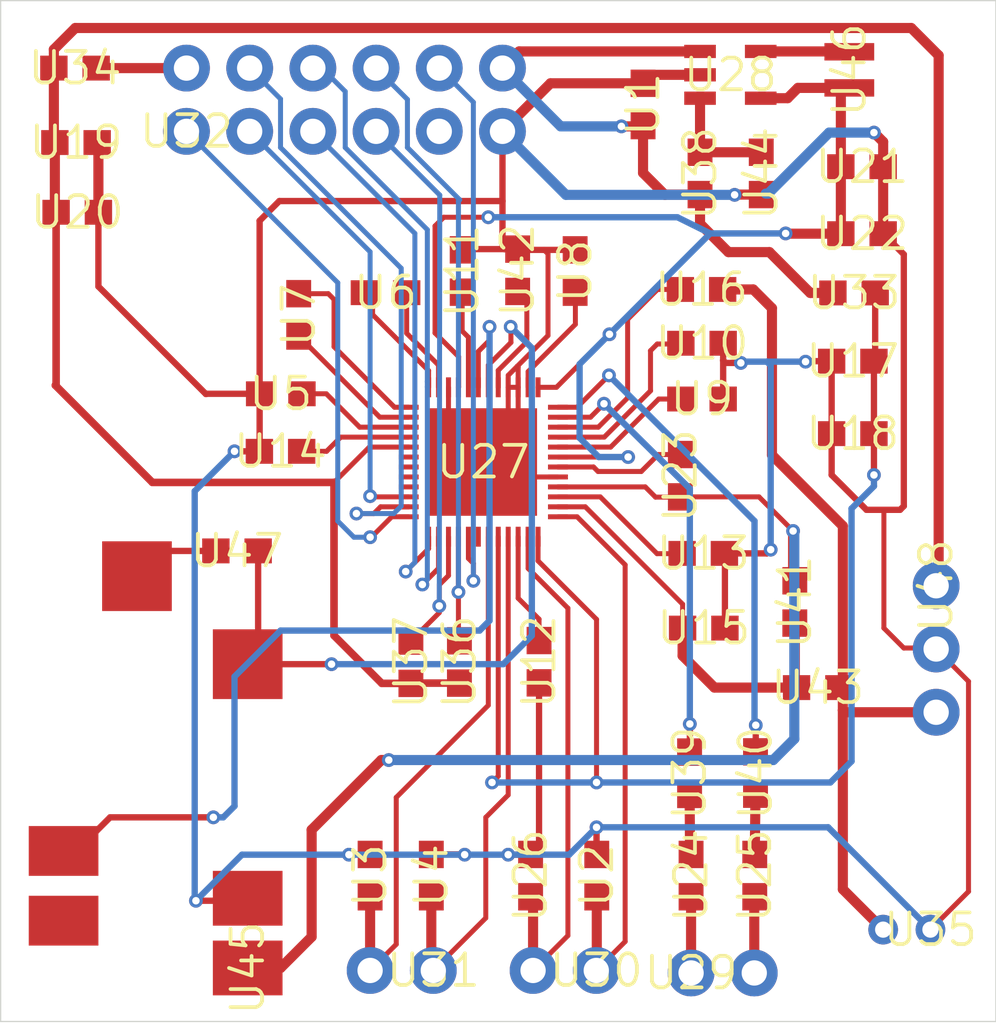
<source format=kicad_pcb>
(kicad_pcb (version 20171130) (host pcbnew "(5.1.4)-1")

  (general
    (thickness 1.6)
    (drawings 4)
    (tracks 467)
    (zones 0)
    (modules 48)
    (nets 55)
  )

  (page A4)
  (layers
    (0 Top signal)
    (31 Bottom signal)
    (32 B.Adhes user)
    (33 F.Adhes user)
    (34 B.Paste user)
    (35 F.Paste user)
    (36 B.SilkS user)
    (37 F.SilkS user)
    (38 B.Mask user)
    (39 F.Mask user)
    (40 Dwgs.User user)
    (41 Cmts.User user)
    (42 Eco1.User user)
    (43 Eco2.User user)
    (44 Edge.Cuts user)
    (45 Margin user)
    (46 B.CrtYd user)
    (47 F.CrtYd user)
    (48 B.Fab user)
    (49 F.Fab user)
  )

  (setup
    (last_trace_width 0.2)
    (trace_clearance 0.127)
    (zone_clearance 0.508)
    (zone_45_only no)
    (trace_min 0.2)
    (via_size 0.554)
    (via_drill 0.3)
    (via_min_size 0.4)
    (via_min_drill 0.3)
    (uvia_size 0.3)
    (uvia_drill 0.1)
    (uvias_allowed no)
    (uvia_min_size 0.2)
    (uvia_min_drill 0.1)
    (edge_width 0.05)
    (segment_width 0.2)
    (pcb_text_width 0.3)
    (pcb_text_size 1.5 1.5)
    (mod_edge_width 0.12)
    (mod_text_size 1 1)
    (mod_text_width 0.15)
    (pad_size 1.524 1.524)
    (pad_drill 0.762)
    (pad_to_mask_clearance 0.051)
    (solder_mask_min_width 0.25)
    (aux_axis_origin 0 0)
    (visible_elements 7FFFFFFF)
    (pcbplotparams
      (layerselection 0x010fc_ffffffff)
      (usegerberextensions false)
      (usegerberattributes false)
      (usegerberadvancedattributes false)
      (creategerberjobfile false)
      (excludeedgelayer true)
      (linewidth 0.100000)
      (plotframeref false)
      (viasonmask false)
      (mode 1)
      (useauxorigin false)
      (hpglpennumber 1)
      (hpglpenspeed 20)
      (hpglpendiameter 15.000000)
      (psnegative false)
      (psa4output false)
      (plotreference true)
      (plotvalue true)
      (plotinvisibletext false)
      (padsonsilk false)
      (subtractmaskfromsilk false)
      (outputformat 1)
      (mirror false)
      (drillshape 1)
      (scaleselection 1)
      (outputdirectory ""))
  )

  (net 0 "")
  (net 1 GND)
  (net 2 3.3V)
  (net 3 5V)
  (net 4 /SPKVDD)
  (net 5 /SPOLN)
  (net 6 "Net-(C20-Pad2)")
  (net 7 /SPORP)
  (net 8 /SPORN)
  (net 9 "Net-(IC1-Pad42)")
  (net 10 /XAUDIO_IRQ)
  (net 11 /XAUDIO_SDA)
  (net 12 /XADUIO_SCL)
  (net 13 /XAUDIO_I2S0_MCLK)
  (net 14 /XADUIO_I2S0_BCLK)
  (net 15 /XADUIO_I2S0_LRCKL)
  (net 16 /XAUDIO_I2S0_DIN)
  (net 17 /XAUDIO_I2S0_DOUT)
  (net 18 "Net-(IC1-Pad33)")
  (net 19 "Net-(IC1-Pad32)")
  (net 20 "Net-(IC1-Pad31)")
  (net 21 "Net-(IC1-Pad30)")
  (net 22 /3.3VDD)
  (net 23 "Net-(C22-Pad2)")
  (net 24 "Net-(C14-Pad1)")
  (net 25 "Net-(C16-Pad2)")
  (net 26 "Net-(C16-Pad1)")
  (net 27 "Net-(C15-Pad1)")
  (net 28 "Net-(C15-Pad2)")
  (net 29 /1.8VDD)
  (net 30 "Net-(C2-Pad1)")
  (net 31 /HPOR)
  (net 32 /HPOL)
  (net 33 /CPVREF)
  (net 34 "Net-(C17-Pad2)")
  (net 35 /LOUTR)
  (net 36 /LOUTL)
  (net 37 "Net-(C24-Pad2)")
  (net 38 "Net-(C19-Pad2)")
  (net 39 "Net-(C18-Pad2)")
  (net 40 "Net-(C6-Pad2)")
  (net 41 /IN1P)
  (net 42 "Net-(C21-Pad2)")
  (net 43 /MICBIAS1)
  (net 44 /SPOLP)
  (net 45 /IN2P)
  (net 46 "Net-(U1-Pad6)")
  (net 47 "Net-(R10-Pad2)")
  (net 48 "Net-(C8-Pad2)")
  (net 49 "Net-(C7-Pad2)")
  (net 50 "Net-(J4-Pad9)")
  (net 51 "Net-(C7-Pad1)")
  (net 52 "Net-(C8-Pad1)")
  (net 53 "Net-(IC2-Pad5)")
  (net 54 "Net-(IC2-Pad3)")

  (net_class Default "This is the default net class."
    (clearance 0.127)
    (trace_width 0.2)
    (via_dia 0.554)
    (via_drill 0.3)
    (uvia_dia 0.3)
    (uvia_drill 0.1)
    (add_net /1.8VDD)
    (add_net /CPVREF)
    (add_net /HPOL)
    (add_net /HPOR)
    (add_net /IN1P)
    (add_net /IN2P)
    (add_net /LOUTL)
    (add_net /LOUTR)
    (add_net /MICBIAS1)
    (add_net /SPKVDD)
    (add_net /SPOLN)
    (add_net /SPOLP)
    (add_net /SPORN)
    (add_net /SPORP)
    (add_net /XADUIO_I2S0_BCLK)
    (add_net /XADUIO_I2S0_LRCKL)
    (add_net /XADUIO_SCL)
    (add_net /XAUDIO_I2S0_DIN)
    (add_net /XAUDIO_I2S0_DOUT)
    (add_net /XAUDIO_I2S0_MCLK)
    (add_net /XAUDIO_IRQ)
    (add_net /XAUDIO_SDA)
    (add_net GND)
    (add_net "Net-(C14-Pad1)")
    (add_net "Net-(C15-Pad1)")
    (add_net "Net-(C15-Pad2)")
    (add_net "Net-(C16-Pad1)")
    (add_net "Net-(C16-Pad2)")
    (add_net "Net-(C17-Pad2)")
    (add_net "Net-(C18-Pad2)")
    (add_net "Net-(C19-Pad2)")
    (add_net "Net-(C2-Pad1)")
    (add_net "Net-(C20-Pad2)")
    (add_net "Net-(C21-Pad2)")
    (add_net "Net-(C22-Pad2)")
    (add_net "Net-(C24-Pad2)")
    (add_net "Net-(C6-Pad2)")
    (add_net "Net-(C7-Pad1)")
    (add_net "Net-(C7-Pad2)")
    (add_net "Net-(C8-Pad1)")
    (add_net "Net-(C8-Pad2)")
    (add_net "Net-(IC1-Pad30)")
    (add_net "Net-(IC1-Pad31)")
    (add_net "Net-(IC1-Pad32)")
    (add_net "Net-(IC1-Pad33)")
    (add_net "Net-(IC1-Pad42)")
    (add_net "Net-(IC2-Pad3)")
    (add_net "Net-(IC2-Pad5)")
    (add_net "Net-(J4-Pad9)")
    (add_net "Net-(R10-Pad2)")
    (add_net "Net-(U1-Pad6)")
  )

  (net_class Power ""
    (clearance 0.127)
    (trace_width 0.4064)
    (via_dia 0.554)
    (via_drill 0.3)
    (uvia_dia 0.3)
    (uvia_drill 0.1)
    (add_net /3.3VDD)
    (add_net 3.3V)
    (add_net 5V)
  )

  (module audioCodec:0603 (layer Top) (tedit 5DCE0E90) (tstamp 5DC8C6E8)
    (at 154.3211 88.6736 270)
    (descr "<p><b>Generic 1608 (0603) package</b></p>\n<p>0.2mm courtyard excess rounded to nearest 0.05mm.</p>")
    (path /5D5D4D2F)
    (fp_text reference "U1" (at 0 0 270) (layer F.SilkS)
      (effects (font (size 1.27 1.27) (thickness 0.15)))
    )
    (fp_text value "" (at 0 0 270) (layer F.SilkS)
      (effects (font (size 1.27 1.27) (thickness 0.15)))
    )
    (fp_poly (pts (xy -1.6 -0.7) (xy 1.6 -0.7) (xy 1.6 0.7) (xy -1.6 0.7)) (layer F.CrtYd) (width 0.1))
    (pad 2 smd rect (at 0.85 0 270) (size 1.1 1) (layers Top F.Paste F.Mask)
      (net 3 5V) (solder_mask_margin 0.0635))
    (pad 1 smd rect (at -0.85 0 270) (size 1.1 1) (layers Top F.Paste F.Mask)
      (net 1 GND) (solder_mask_margin 0.0635))
  )

  (module audioCodec:0603 (layer Top) (tedit 5DCE0E90) (tstamp 5DC8C6F6)
    (at 152.4611 119.6436 90)
    (descr "<p><b>Generic 1608 (0603) package</b></p>\n<p>0.2mm courtyard excess rounded to nearest 0.05mm.</p>")
    (path /D15AE8CB)
    (fp_text reference "U2" (at 0 0 90) (layer F.SilkS)
      (effects (font (size 1.27 1.27) (thickness 0.15)))
    )
    (fp_text value "" (at 0 0 90) (layer F.SilkS)
      (effects (font (size 1.27 1.27) (thickness 0.15)))
    )
    (fp_poly (pts (xy -1.6 -0.7) (xy 1.6 -0.7) (xy 1.6 0.7) (xy -1.6 0.7)) (layer F.CrtYd) (width 0.1))
    (pad 2 smd rect (at 0.85 0 90) (size 1.1 1) (layers Top F.Paste F.Mask)
      (net 1 GND) (solder_mask_margin 0.0635))
    (pad 1 smd rect (at -0.85 0 90) (size 1.1 1) (layers Top F.Paste F.Mask)
      (net 44 /SPOLP) (solder_mask_margin 0.0635))
  )

  (module audioCodec:0603 (layer Top) (tedit 5DCE0E90) (tstamp 5DC8C704)
    (at 143.3511 119.6436 90)
    (descr "<p><b>Generic 1608 (0603) package</b></p>\n<p>0.2mm courtyard excess rounded to nearest 0.05mm.</p>")
    (path /EB363DE9)
    (fp_text reference "U3" (at 0 0 90) (layer F.SilkS)
      (effects (font (size 1.27 1.27) (thickness 0.15)))
    )
    (fp_text value "" (at 0 0 90) (layer F.SilkS)
      (effects (font (size 1.27 1.27) (thickness 0.15)))
    )
    (fp_poly (pts (xy -1.6 -0.7) (xy 1.6 -0.7) (xy 1.6 0.7) (xy -1.6 0.7)) (layer F.CrtYd) (width 0.1))
    (pad 2 smd rect (at 0.85 0 90) (size 1.1 1) (layers Top F.Paste F.Mask)
      (net 1 GND) (solder_mask_margin 0.0635))
    (pad 1 smd rect (at -0.85 0 90) (size 1.1 1) (layers Top F.Paste F.Mask)
      (net 8 /SPORN) (solder_mask_margin 0.0635))
  )

  (module audioCodec:0603 (layer Top) (tedit 5DCE0E90) (tstamp 5DC8C712)
    (at 145.8111 119.6436 90)
    (descr "<p><b>Generic 1608 (0603) package</b></p>\n<p>0.2mm courtyard excess rounded to nearest 0.05mm.</p>")
    (path /FEEF966F)
    (fp_text reference "U4" (at 0 0 90) (layer F.SilkS)
      (effects (font (size 1.27 1.27) (thickness 0.15)))
    )
    (fp_text value "" (at 0 0 90) (layer F.SilkS)
      (effects (font (size 1.27 1.27) (thickness 0.15)))
    )
    (fp_poly (pts (xy -1.6 -0.7) (xy 1.6 -0.7) (xy 1.6 0.7) (xy -1.6 0.7)) (layer F.CrtYd) (width 0.1))
    (pad 2 smd rect (at 0.85 0 90) (size 1.1 1) (layers Top F.Paste F.Mask)
      (net 1 GND) (solder_mask_margin 0.0635))
    (pad 1 smd rect (at -0.85 0 90) (size 1.1 1) (layers Top F.Paste F.Mask)
      (net 7 /SPORP) (solder_mask_margin 0.0635))
  )

  (module audioCodec:0603 (layer Top) (tedit 5DCE0E90) (tstamp 5DC8C720)
    (at 139.7611 100.2936 180)
    (descr "<p><b>Generic 1608 (0603) package</b></p>\n<p>0.2mm courtyard excess rounded to nearest 0.05mm.</p>")
    (path /DDD5A22D)
    (fp_text reference "U5" (at 0 0 180) (layer F.SilkS)
      (effects (font (size 1.27 1.27) (thickness 0.15)))
    )
    (fp_text value "" (at 0 0 180) (layer F.SilkS)
      (effects (font (size 1.27 1.27) (thickness 0.15)))
    )
    (fp_poly (pts (xy -1.6 -0.7) (xy 1.6 -0.7) (xy 1.6 0.7) (xy -1.6 0.7)) (layer F.CrtYd) (width 0.1))
    (pad 2 smd rect (at 0.85 0 180) (size 1.1 1) (layers Top F.Paste F.Mask)
      (net 1 GND) (solder_mask_margin 0.0635))
    (pad 1 smd rect (at -0.85 0 180) (size 1.1 1) (layers Top F.Paste F.Mask)
      (net 24 "Net-(C14-Pad1)") (solder_mask_margin 0.0635))
  )

  (module audioCodec:0603 (layer Top) (tedit 5DCE0E90) (tstamp 5DC8C72E)
    (at 143.9711 96.2336)
    (descr "<p><b>Generic 1608 (0603) package</b></p>\n<p>0.2mm courtyard excess rounded to nearest 0.05mm.</p>")
    (path /0E2BA473)
    (fp_text reference "U6" (at 0 0) (layer F.SilkS)
      (effects (font (size 1.27 1.27) (thickness 0.15)))
    )
    (fp_text value "" (at 0 0) (layer F.SilkS)
      (effects (font (size 1.27 1.27) (thickness 0.15)))
    )
    (fp_poly (pts (xy -1.6 -0.7) (xy 1.6 -0.7) (xy 1.6 0.7) (xy -1.6 0.7)) (layer F.CrtYd) (width 0.1))
    (pad 2 smd rect (at 0.85 0) (size 1.1 1) (layers Top F.Paste F.Mask)
      (net 28 "Net-(C15-Pad2)") (solder_mask_margin 0.0635))
    (pad 1 smd rect (at -0.85 0) (size 1.1 1) (layers Top F.Paste F.Mask)
      (net 27 "Net-(C15-Pad1)") (solder_mask_margin 0.0635))
  )

  (module audioCodec:0603 (layer Top) (tedit 5DCE0E90) (tstamp 5DC8C73C)
    (at 140.4811 97.1236 270)
    (descr "<p><b>Generic 1608 (0603) package</b></p>\n<p>0.2mm courtyard excess rounded to nearest 0.05mm.</p>")
    (path /95990F93)
    (fp_text reference "U7" (at 0 0 270) (layer F.SilkS)
      (effects (font (size 1.27 1.27) (thickness 0.15)))
    )
    (fp_text value "" (at 0 0 270) (layer F.SilkS)
      (effects (font (size 1.27 1.27) (thickness 0.15)))
    )
    (fp_poly (pts (xy -1.6 -0.7) (xy 1.6 -0.7) (xy 1.6 0.7) (xy -1.6 0.7)) (layer F.CrtYd) (width 0.1))
    (pad 2 smd rect (at 0.85 0 270) (size 1.1 1) (layers Top F.Paste F.Mask)
      (net 25 "Net-(C16-Pad2)") (solder_mask_margin 0.0635))
    (pad 1 smd rect (at -0.85 0 270) (size 1.1 1) (layers Top F.Paste F.Mask)
      (net 26 "Net-(C16-Pad1)") (solder_mask_margin 0.0635))
  )

  (module audioCodec:0603 (layer Top) (tedit 5DCE0E90) (tstamp 5DC8C74A)
    (at 151.5911 95.3636 270)
    (descr "<p><b>Generic 1608 (0603) package</b></p>\n<p>0.2mm courtyard excess rounded to nearest 0.05mm.</p>")
    (path /B7EEE3FC)
    (fp_text reference "U8" (at 0 0 270) (layer F.SilkS)
      (effects (font (size 1.27 1.27) (thickness 0.15)))
    )
    (fp_text value "" (at 0 0 270) (layer F.SilkS)
      (effects (font (size 1.27 1.27) (thickness 0.15)))
    )
    (fp_poly (pts (xy -1.6 -0.7) (xy 1.6 -0.7) (xy 1.6 0.7) (xy -1.6 0.7)) (layer F.CrtYd) (width 0.1))
    (pad 2 smd rect (at 0.85 0 270) (size 1.1 1) (layers Top F.Paste F.Mask)
      (net 34 "Net-(C17-Pad2)") (solder_mask_margin 0.0635))
    (pad 1 smd rect (at -0.85 0 270) (size 1.1 1) (layers Top F.Paste F.Mask)
      (net 1 GND) (solder_mask_margin 0.0635))
  )

  (module audioCodec:0603 (layer Top) (tedit 5DCE0E90) (tstamp 5DC8C758)
    (at 156.6911 100.5036 180)
    (descr "<p><b>Generic 1608 (0603) package</b></p>\n<p>0.2mm courtyard excess rounded to nearest 0.05mm.</p>")
    (path /6C5089DC)
    (fp_text reference "U9" (at 0 0 180) (layer F.SilkS)
      (effects (font (size 1.27 1.27) (thickness 0.15)))
    )
    (fp_text value "" (at 0 0 180) (layer F.SilkS)
      (effects (font (size 1.27 1.27) (thickness 0.15)))
    )
    (fp_poly (pts (xy -1.6 -0.7) (xy 1.6 -0.7) (xy 1.6 0.7) (xy -1.6 0.7)) (layer F.CrtYd) (width 0.1))
    (pad 2 smd rect (at 0.85 0 180) (size 1.1 1) (layers Top F.Paste F.Mask)
      (net 39 "Net-(C18-Pad2)") (solder_mask_margin 0.0635))
    (pad 1 smd rect (at -0.85 0 180) (size 1.1 1) (layers Top F.Paste F.Mask)
      (net 1 GND) (solder_mask_margin 0.0635))
  )

  (module audioCodec:0603 (layer Top) (tedit 5DCE0E90) (tstamp 5DC8C766)
    (at 156.6911 98.2636 180)
    (descr "<p><b>Generic 1608 (0603) package</b></p>\n<p>0.2mm courtyard excess rounded to nearest 0.05mm.</p>")
    (path /C70CFC49)
    (fp_text reference "U10" (at 0 0 180) (layer F.SilkS)
      (effects (font (size 1.27 1.27) (thickness 0.15)))
    )
    (fp_text value "" (at 0 0 180) (layer F.SilkS)
      (effects (font (size 1.27 1.27) (thickness 0.15)))
    )
    (fp_poly (pts (xy -1.6 -0.7) (xy 1.6 -0.7) (xy 1.6 0.7) (xy -1.6 0.7)) (layer F.CrtYd) (width 0.1))
    (pad 2 smd rect (at 0.85 0 180) (size 1.1 1) (layers Top F.Paste F.Mask)
      (net 38 "Net-(C19-Pad2)") (solder_mask_margin 0.0635))
    (pad 1 smd rect (at -0.85 0 180) (size 1.1 1) (layers Top F.Paste F.Mask)
      (net 1 GND) (solder_mask_margin 0.0635))
  )

  (module audioCodec:0603 (layer Top) (tedit 5DCE0E90) (tstamp 5DC8C774)
    (at 147.0511 95.3636 90)
    (descr "<p><b>Generic 1608 (0603) package</b></p>\n<p>0.2mm courtyard excess rounded to nearest 0.05mm.</p>")
    (path /00AD4B43)
    (fp_text reference "U11" (at 0 0 90) (layer F.SilkS)
      (effects (font (size 1.27 1.27) (thickness 0.15)))
    )
    (fp_text value "" (at 0 0 90) (layer F.SilkS)
      (effects (font (size 1.27 1.27) (thickness 0.15)))
    )
    (fp_poly (pts (xy -1.6 -0.7) (xy 1.6 -0.7) (xy 1.6 0.7) (xy -1.6 0.7)) (layer F.CrtYd) (width 0.1))
    (pad 2 smd rect (at 0.85 0 90) (size 1.1 1) (layers Top F.Paste F.Mask)
      (net 1 GND) (solder_mask_margin 0.0635))
    (pad 1 smd rect (at -0.85 0 90) (size 1.1 1) (layers Top F.Paste F.Mask)
      (net 30 "Net-(C2-Pad1)") (solder_mask_margin 0.0635))
  )

  (module audioCodec:0603 (layer Top) (tedit 5DCE0E90) (tstamp 5DC8C782)
    (at 150.1411 111.0536 90)
    (descr "<p><b>Generic 1608 (0603) package</b></p>\n<p>0.2mm courtyard excess rounded to nearest 0.05mm.</p>")
    (path /101F579F)
    (fp_text reference "U12" (at 0 0 90) (layer F.SilkS)
      (effects (font (size 1.27 1.27) (thickness 0.15)))
    )
    (fp_text value "" (at 0 0 90) (layer F.SilkS)
      (effects (font (size 1.27 1.27) (thickness 0.15)))
    )
    (fp_poly (pts (xy -1.6 -0.7) (xy 1.6 -0.7) (xy 1.6 0.7) (xy -1.6 0.7)) (layer F.CrtYd) (width 0.1))
    (pad 2 smd rect (at 0.85 0 90) (size 1.1 1) (layers Top F.Paste F.Mask)
      (net 6 "Net-(C20-Pad2)") (solder_mask_margin 0.0635))
    (pad 1 smd rect (at -0.85 0 90) (size 1.1 1) (layers Top F.Paste F.Mask)
      (net 1 GND) (solder_mask_margin 0.0635))
  )

  (module audioCodec:0603 (layer Top) (tedit 5DCE0E90) (tstamp 5DC8C790)
    (at 156.7411 106.7036 180)
    (descr "<p><b>Generic 1608 (0603) package</b></p>\n<p>0.2mm courtyard excess rounded to nearest 0.05mm.</p>")
    (path /E0E06E0F)
    (fp_text reference "U13" (at 0 0 180) (layer F.SilkS)
      (effects (font (size 1.27 1.27) (thickness 0.15)))
    )
    (fp_text value "" (at 0 0 180) (layer F.SilkS)
      (effects (font (size 1.27 1.27) (thickness 0.15)))
    )
    (fp_poly (pts (xy -1.6 -0.7) (xy 1.6 -0.7) (xy 1.6 0.7) (xy -1.6 0.7)) (layer F.CrtYd) (width 0.1))
    (pad 2 smd rect (at 0.85 0 180) (size 1.1 1) (layers Top F.Paste F.Mask)
      (net 42 "Net-(C21-Pad2)") (solder_mask_margin 0.0635))
    (pad 1 smd rect (at -0.85 0 180) (size 1.1 1) (layers Top F.Paste F.Mask)
      (net 1 GND) (solder_mask_margin 0.0635))
  )

  (module audioCodec:0603 (layer Top) (tedit 5DCE0E90) (tstamp 5DC8C79E)
    (at 139.7511 102.6036)
    (descr "<p><b>Generic 1608 (0603) package</b></p>\n<p>0.2mm courtyard excess rounded to nearest 0.05mm.</p>")
    (path /CDD814CC)
    (fp_text reference "U14" (at 0 0) (layer F.SilkS)
      (effects (font (size 1.27 1.27) (thickness 0.15)))
    )
    (fp_text value "" (at 0 0) (layer F.SilkS)
      (effects (font (size 1.27 1.27) (thickness 0.15)))
    )
    (fp_poly (pts (xy -1.6 -0.7) (xy 1.6 -0.7) (xy 1.6 0.7) (xy -1.6 0.7)) (layer F.CrtYd) (width 0.1))
    (pad 2 smd rect (at 0.85 0) (size 1.1 1) (layers Top F.Paste F.Mask)
      (net 23 "Net-(C22-Pad2)") (solder_mask_margin 0.0635))
    (pad 1 smd rect (at -0.85 0) (size 1.1 1) (layers Top F.Paste F.Mask)
      (net 1 GND) (solder_mask_margin 0.0635))
  )

  (module audioCodec:0603 (layer Top) (tedit 5DCE0E90) (tstamp 5DC8C7AC)
    (at 156.7611 109.7036 180)
    (descr "<p><b>Generic 1608 (0603) package</b></p>\n<p>0.2mm courtyard excess rounded to nearest 0.05mm.</p>")
    (path /FE2E0BD7)
    (fp_text reference "U15" (at 0 0 180) (layer F.SilkS)
      (effects (font (size 1.27 1.27) (thickness 0.15)))
    )
    (fp_text value "" (at 0 0 180) (layer F.SilkS)
      (effects (font (size 1.27 1.27) (thickness 0.15)))
    )
    (fp_poly (pts (xy -1.6 -0.7) (xy 1.6 -0.7) (xy 1.6 0.7) (xy -1.6 0.7)) (layer F.CrtYd) (width 0.1))
    (pad 2 smd rect (at 0.85 0 180) (size 1.1 1) (layers Top F.Paste F.Mask)
      (net 43 /MICBIAS1) (solder_mask_margin 0.0635))
    (pad 1 smd rect (at -0.85 0 180) (size 1.1 1) (layers Top F.Paste F.Mask)
      (net 1 GND) (solder_mask_margin 0.0635))
  )

  (module audioCodec:0603 (layer Top) (tedit 5DCE0E90) (tstamp 5DC8C7BA)
    (at 156.6711 96.1036 180)
    (descr "<p><b>Generic 1608 (0603) package</b></p>\n<p>0.2mm courtyard excess rounded to nearest 0.05mm.</p>")
    (path /B61CC9C1)
    (fp_text reference "U16" (at 0 0 180) (layer F.SilkS)
      (effects (font (size 1.27 1.27) (thickness 0.15)))
    )
    (fp_text value "" (at 0 0 180) (layer F.SilkS)
      (effects (font (size 1.27 1.27) (thickness 0.15)))
    )
    (fp_poly (pts (xy -1.6 -0.7) (xy 1.6 -0.7) (xy 1.6 0.7) (xy -1.6 0.7)) (layer F.CrtYd) (width 0.1))
    (pad 2 smd rect (at 0.85 0 180) (size 1.1 1) (layers Top F.Paste F.Mask)
      (net 37 "Net-(C24-Pad2)") (solder_mask_margin 0.0635))
    (pad 1 smd rect (at -0.85 0 180) (size 1.1 1) (layers Top F.Paste F.Mask)
      (net 45 /IN2P) (solder_mask_margin 0.0635))
  )

  (module audioCodec:0603 (layer Top) (tedit 5DCE0E90) (tstamp 5DC8C7C8)
    (at 162.7511 98.9836 180)
    (descr "<p><b>Generic 1608 (0603) package</b></p>\n<p>0.2mm courtyard excess rounded to nearest 0.05mm.</p>")
    (path /B124C205)
    (fp_text reference "U17" (at 0 0 180) (layer F.SilkS)
      (effects (font (size 1.27 1.27) (thickness 0.15)))
    )
    (fp_text value "" (at 0 0 180) (layer F.SilkS)
      (effects (font (size 1.27 1.27) (thickness 0.15)))
    )
    (fp_poly (pts (xy -1.6 -0.7) (xy 1.6 -0.7) (xy 1.6 0.7) (xy -1.6 0.7)) (layer F.CrtYd) (width 0.1))
    (pad 2 smd rect (at 0.85 0 180) (size 1.1 1) (layers Top F.Paste F.Mask)
      (net 1 GND) (solder_mask_margin 0.0635))
    (pad 1 smd rect (at -0.85 0 180) (size 1.1 1) (layers Top F.Paste F.Mask)
      (net 4 /SPKVDD) (solder_mask_margin 0.0635))
  )

  (module audioCodec:0603 (layer Top) (tedit 5DCE0E90) (tstamp 5DC8C7D6)
    (at 162.7511 101.8936 180)
    (descr "<p><b>Generic 1608 (0603) package</b></p>\n<p>0.2mm courtyard excess rounded to nearest 0.05mm.</p>")
    (path /AB5F11BD)
    (fp_text reference "U18" (at 0 0 180) (layer F.SilkS)
      (effects (font (size 1.27 1.27) (thickness 0.15)))
    )
    (fp_text value "" (at 0 0 180) (layer F.SilkS)
      (effects (font (size 1.27 1.27) (thickness 0.15)))
    )
    (fp_poly (pts (xy -1.6 -0.7) (xy 1.6 -0.7) (xy 1.6 0.7) (xy -1.6 0.7)) (layer F.CrtYd) (width 0.1))
    (pad 2 smd rect (at 0.85 0 180) (size 1.1 1) (layers Top F.Paste F.Mask)
      (net 1 GND) (solder_mask_margin 0.0635))
    (pad 1 smd rect (at -0.85 0 180) (size 1.1 1) (layers Top F.Paste F.Mask)
      (net 4 /SPKVDD) (solder_mask_margin 0.0635))
  )

  (module audioCodec:0603 (layer Top) (tedit 5DCE0E90) (tstamp 5DC8C7E4)
    (at 131.5311 90.2036)
    (descr "<p><b>Generic 1608 (0603) package</b></p>\n<p>0.2mm courtyard excess rounded to nearest 0.05mm.</p>")
    (path /2729CC2A)
    (fp_text reference "U19" (at 0 0) (layer F.SilkS)
      (effects (font (size 1.27 1.27) (thickness 0.15)))
    )
    (fp_text value "" (at 0 0) (layer F.SilkS)
      (effects (font (size 1.27 1.27) (thickness 0.15)))
    )
    (fp_poly (pts (xy -1.6 -0.7) (xy 1.6 -0.7) (xy 1.6 0.7) (xy -1.6 0.7)) (layer F.CrtYd) (width 0.1))
    (pad 2 smd rect (at 0.85 0) (size 1.1 1) (layers Top F.Paste F.Mask)
      (net 1 GND) (solder_mask_margin 0.0635))
    (pad 1 smd rect (at -0.85 0) (size 1.1 1) (layers Top F.Paste F.Mask)
      (net 22 /3.3VDD) (solder_mask_margin 0.0635))
  )

  (module audioCodec:0603 (layer Top) (tedit 5DCE0E90) (tstamp 5DC8C7F2)
    (at 131.5811 93.0036)
    (descr "<p><b>Generic 1608 (0603) package</b></p>\n<p>0.2mm courtyard excess rounded to nearest 0.05mm.</p>")
    (path /0E636C87)
    (fp_text reference "U20" (at 0 0) (layer F.SilkS)
      (effects (font (size 1.27 1.27) (thickness 0.15)))
    )
    (fp_text value "" (at 0 0) (layer F.SilkS)
      (effects (font (size 1.27 1.27) (thickness 0.15)))
    )
    (fp_poly (pts (xy -1.6 -0.7) (xy 1.6 -0.7) (xy 1.6 0.7) (xy -1.6 0.7)) (layer F.CrtYd) (width 0.1))
    (pad 2 smd rect (at 0.85 0) (size 1.1 1) (layers Top F.Paste F.Mask)
      (net 1 GND) (solder_mask_margin 0.0635))
    (pad 1 smd rect (at -0.85 0) (size 1.1 1) (layers Top F.Paste F.Mask)
      (net 22 /3.3VDD) (solder_mask_margin 0.0635))
  )

  (module audioCodec:0603 (layer Top) (tedit 5DCE0E90) (tstamp 5DC8C800)
    (at 163.1211 91.1736)
    (descr "<p><b>Generic 1608 (0603) package</b></p>\n<p>0.2mm courtyard excess rounded to nearest 0.05mm.</p>")
    (path /C3EA450F)
    (fp_text reference "U21" (at 0 0) (layer F.SilkS)
      (effects (font (size 1.27 1.27) (thickness 0.15)))
    )
    (fp_text value "" (at 0 0) (layer F.SilkS)
      (effects (font (size 1.27 1.27) (thickness 0.15)))
    )
    (fp_poly (pts (xy -1.6 -0.7) (xy 1.6 -0.7) (xy 1.6 0.7) (xy -1.6 0.7)) (layer F.CrtYd) (width 0.1))
    (pad 2 smd rect (at 0.85 0) (size 1.1 1) (layers Top F.Paste F.Mask)
      (net 1 GND) (solder_mask_margin 0.0635))
    (pad 1 smd rect (at -0.85 0) (size 1.1 1) (layers Top F.Paste F.Mask)
      (net 29 /1.8VDD) (solder_mask_margin 0.0635))
  )

  (module audioCodec:0603 (layer Top) (tedit 5DCE0E90) (tstamp 5DC8C80E)
    (at 163.1211 93.8636)
    (descr "<p><b>Generic 1608 (0603) package</b></p>\n<p>0.2mm courtyard excess rounded to nearest 0.05mm.</p>")
    (path /03F6E73E)
    (fp_text reference "U22" (at 0 0) (layer F.SilkS)
      (effects (font (size 1.27 1.27) (thickness 0.15)))
    )
    (fp_text value "" (at 0 0) (layer F.SilkS)
      (effects (font (size 1.27 1.27) (thickness 0.15)))
    )
    (fp_poly (pts (xy -1.6 -0.7) (xy 1.6 -0.7) (xy 1.6 0.7) (xy -1.6 0.7)) (layer F.CrtYd) (width 0.1))
    (pad 2 smd rect (at 0.85 0) (size 1.1 1) (layers Top F.Paste F.Mask)
      (net 1 GND) (solder_mask_margin 0.0635))
    (pad 1 smd rect (at -0.85 0) (size 1.1 1) (layers Top F.Paste F.Mask)
      (net 29 /1.8VDD) (solder_mask_margin 0.0635))
  )

  (module audioCodec:0603 (layer Top) (tedit 5DCE0E90) (tstamp 5DC8C81C)
    (at 155.8211 103.5836 90)
    (descr "<p><b>Generic 1608 (0603) package</b></p>\n<p>0.2mm courtyard excess rounded to nearest 0.05mm.</p>")
    (path /E0EBCD02)
    (fp_text reference "U23" (at 0 0 90) (layer F.SilkS)
      (effects (font (size 1.27 1.27) (thickness 0.15)))
    )
    (fp_text value "" (at 0 0 90) (layer F.SilkS)
      (effects (font (size 1.27 1.27) (thickness 0.15)))
    )
    (fp_poly (pts (xy -1.6 -0.7) (xy 1.6 -0.7) (xy 1.6 0.7) (xy -1.6 0.7)) (layer F.CrtYd) (width 0.1))
    (pad 2 smd rect (at 0.85 0 90) (size 1.1 1) (layers Top F.Paste F.Mask)
      (net 40 "Net-(C6-Pad2)") (solder_mask_margin 0.0635))
    (pad 1 smd rect (at -0.85 0 90) (size 1.1 1) (layers Top F.Paste F.Mask)
      (net 41 /IN1P) (solder_mask_margin 0.0635))
  )

  (module audioCodec:0603 (layer Top) (tedit 5DCE0E90) (tstamp 5DC8C82A)
    (at 156.2511 119.6436 270)
    (descr "<p><b>Generic 1608 (0603) package</b></p>\n<p>0.2mm courtyard excess rounded to nearest 0.05mm.</p>")
    (path /092D9240)
    (fp_text reference "U24" (at 0 0 270) (layer F.SilkS)
      (effects (font (size 1.27 1.27) (thickness 0.15)))
    )
    (fp_text value "" (at 0 0 270) (layer F.SilkS)
      (effects (font (size 1.27 1.27) (thickness 0.15)))
    )
    (fp_poly (pts (xy -1.6 -0.7) (xy 1.6 -0.7) (xy 1.6 0.7) (xy -1.6 0.7)) (layer F.CrtYd) (width 0.1))
    (pad 2 smd rect (at 0.85 0 270) (size 1.1 1) (layers Top F.Paste F.Mask)
      (net 49 "Net-(C7-Pad2)") (solder_mask_margin 0.0635))
    (pad 1 smd rect (at -0.85 0 270) (size 1.1 1) (layers Top F.Paste F.Mask)
      (net 51 "Net-(C7-Pad1)") (solder_mask_margin 0.0635))
  )

  (module audioCodec:0603 (layer Top) (tedit 5DCE0E90) (tstamp 5DC8C838)
    (at 158.8111 119.6436 270)
    (descr "<p><b>Generic 1608 (0603) package</b></p>\n<p>0.2mm courtyard excess rounded to nearest 0.05mm.</p>")
    (path /6F97CAD7)
    (fp_text reference "U25" (at 0 0 270) (layer F.SilkS)
      (effects (font (size 1.27 1.27) (thickness 0.15)))
    )
    (fp_text value "" (at 0 0 270) (layer F.SilkS)
      (effects (font (size 1.27 1.27) (thickness 0.15)))
    )
    (fp_poly (pts (xy -1.6 -0.7) (xy 1.6 -0.7) (xy 1.6 0.7) (xy -1.6 0.7)) (layer F.CrtYd) (width 0.1))
    (pad 2 smd rect (at 0.85 0 270) (size 1.1 1) (layers Top F.Paste F.Mask)
      (net 48 "Net-(C8-Pad2)") (solder_mask_margin 0.0635))
    (pad 1 smd rect (at -0.85 0 270) (size 1.1 1) (layers Top F.Paste F.Mask)
      (net 52 "Net-(C8-Pad1)") (solder_mask_margin 0.0635))
  )

  (module audioCodec:0603 (layer Top) (tedit 5DCE0E90) (tstamp 5DC8C846)
    (at 149.8011 119.6436 90)
    (descr "<p><b>Generic 1608 (0603) package</b></p>\n<p>0.2mm courtyard excess rounded to nearest 0.05mm.</p>")
    (path /4A58C60C)
    (fp_text reference "U26" (at 0 0 90) (layer F.SilkS)
      (effects (font (size 1.27 1.27) (thickness 0.15)))
    )
    (fp_text value "" (at 0 0 90) (layer F.SilkS)
      (effects (font (size 1.27 1.27) (thickness 0.15)))
    )
    (fp_poly (pts (xy -1.6 -0.7) (xy 1.6 -0.7) (xy 1.6 0.7) (xy -1.6 0.7)) (layer F.CrtYd) (width 0.1))
    (pad 2 smd rect (at 0.85 0 90) (size 1.1 1) (layers Top F.Paste F.Mask)
      (net 1 GND) (solder_mask_margin 0.0635))
    (pad 1 smd rect (at -0.85 0 90) (size 1.1 1) (layers Top F.Paste F.Mask)
      (net 5 /SPOLN) (solder_mask_margin 0.0635))
  )

  (module audioCodec:QFN50P700X700X100-49N (layer Top) (tedit 5DCE1066) (tstamp 5DC8C854)
    (at 147.9011 103.0336 180)
    (descr "<b>RGZ (S-PVQFN-N48)_4</b><br>\n")
    (path /22F7723E)
    (fp_text reference "U27" (at 0 0 180) (layer F.SilkS)
      (effects (font (size 1.27 1.27) (thickness 0.15)))
    )
    (fp_text value "" (at 0 0 180) (layer F.SilkS)
      (effects (font (size 1.27 1.27) (thickness 0.15)))
    )
    (fp_poly (pts (xy -3.6 -3.6) (xy 3.6 -3.6) (xy 3.6 3.6) (xy -3.6 3.6)) (layer F.CrtYd) (width 0.1))
    (pad 1 smd rect (at -3 -2.2 180) (size 0.8 0.2) (layers Top F.Paste F.Mask)
      (net 44 /SPOLP) (solder_mask_margin 0.0635))
    (pad 2 smd rect (at -3 -1.8 180) (size 0.8 0.2) (layers Top F.Paste F.Mask)
      (net 43 /MICBIAS1) (solder_mask_margin 0.0635))
    (pad 3 smd rect (at -3 -1.4 180) (size 0.8 0.2) (layers Top F.Paste F.Mask)
      (net 42 "Net-(C21-Pad2)") (solder_mask_margin 0.0635))
    (pad 4 smd rect (at -3 -1 180) (size 0.8 0.2) (layers Top F.Paste F.Mask)
      (net 41 /IN1P) (solder_mask_margin 0.0635))
    (pad 5 smd rect (at -3 -0.6 180) (size 0.8 0.2) (layers Top F.Paste F.Mask)
      (net 1 GND) (solder_mask_margin 0.0635))
    (pad 6 smd rect (at -3 -0.2 180) (size 0.8 0.2) (layers Top F.Paste F.Mask)
      (net 40 "Net-(C6-Pad2)") (solder_mask_margin 0.0635))
    (pad 7 smd rect (at -3 0.2 180) (size 0.8 0.2) (layers Top F.Paste F.Mask)
      (net 29 /1.8VDD) (solder_mask_margin 0.0635))
    (pad 8 smd rect (at -3 0.6 180) (size 0.8 0.2) (layers Top F.Paste F.Mask)
      (net 39 "Net-(C18-Pad2)") (solder_mask_margin 0.0635))
    (pad 9 smd rect (at -3 1 180) (size 0.8 0.2) (layers Top F.Paste F.Mask)
      (net 38 "Net-(C19-Pad2)") (solder_mask_margin 0.0635))
    (pad 10 smd rect (at -3 1.4 180) (size 0.8 0.2) (layers Top F.Paste F.Mask)
      (net 37 "Net-(C24-Pad2)") (solder_mask_margin 0.0635))
    (pad 11 smd rect (at -3 1.8 180) (size 0.8 0.2) (layers Top F.Paste F.Mask)
      (net 36 /LOUTL) (solder_mask_margin 0.0635))
    (pad 12 smd rect (at -3 2.2 180) (size 0.8 0.2) (layers Top F.Paste F.Mask)
      (net 35 /LOUTR) (solder_mask_margin 0.0635))
    (pad 13 smd rect (at -2.2 3 270) (size 0.8 0.2) (layers Top F.Paste F.Mask)
      (net 29 /1.8VDD) (solder_mask_margin 0.0635))
    (pad 14 smd rect (at -1.8 3 270) (size 0.8 0.2) (layers Top F.Paste F.Mask)
      (net 34 "Net-(C17-Pad2)") (solder_mask_margin 0.0635))
    (pad 15 smd rect (at -1.4 3 270) (size 0.8 0.2) (layers Top F.Paste F.Mask)
      (net 1 GND) (solder_mask_margin 0.0635))
    (pad 16 smd rect (at -1 3 270) (size 0.8 0.2) (layers Top F.Paste F.Mask)
      (net 1 GND) (solder_mask_margin 0.0635))
    (pad 17 smd rect (at -0.6 3 270) (size 0.8 0.2) (layers Top F.Paste F.Mask)
      (net 33 /CPVREF) (solder_mask_margin 0.0635))
    (pad 18 smd rect (at -0.2 3 270) (size 0.8 0.2) (layers Top F.Paste F.Mask)
      (net 32 /HPOL) (solder_mask_margin 0.0635))
    (pad 19 smd rect (at 0.2 3 270) (size 0.8 0.2) (layers Top F.Paste F.Mask)
      (net 31 /HPOR) (solder_mask_margin 0.0635))
    (pad 20 smd rect (at 0.6 3 270) (size 0.8 0.2) (layers Top F.Paste F.Mask)
      (net 30 "Net-(C2-Pad1)") (solder_mask_margin 0.0635))
    (pad 21 smd rect (at 1 3 270) (size 0.8 0.2) (layers Top F.Paste F.Mask)
      (net 29 /1.8VDD) (solder_mask_margin 0.0635))
    (pad 22 smd rect (at 1.4 3 270) (size 0.8 0.2) (layers Top F.Paste F.Mask)
      (net 1 GND) (solder_mask_margin 0.0635))
    (pad 23 smd rect (at 1.8 3 270) (size 0.8 0.2) (layers Top F.Paste F.Mask)
      (net 28 "Net-(C15-Pad2)") (solder_mask_margin 0.0635))
    (pad 24 smd rect (at 2.2 3 270) (size 0.8 0.2) (layers Top F.Paste F.Mask)
      (net 27 "Net-(C15-Pad1)") (solder_mask_margin 0.0635))
    (pad 25 smd rect (at 3 2.2 180) (size 0.8 0.2) (layers Top F.Paste F.Mask)
      (net 26 "Net-(C16-Pad1)") (solder_mask_margin 0.0635))
    (pad 26 smd rect (at 3 1.8 180) (size 0.8 0.2) (layers Top F.Paste F.Mask)
      (net 25 "Net-(C16-Pad2)") (solder_mask_margin 0.0635))
    (pad 27 smd rect (at 3 1.4 180) (size 0.8 0.2) (layers Top F.Paste F.Mask)
      (net 24 "Net-(C14-Pad1)") (solder_mask_margin 0.0635))
    (pad 28 smd rect (at 3 1 180) (size 0.8 0.2) (layers Top F.Paste F.Mask)
      (net 23 "Net-(C22-Pad2)") (solder_mask_margin 0.0635))
    (pad 29 smd rect (at 3 0.6 180) (size 0.8 0.2) (layers Top F.Paste F.Mask)
      (net 22 /3.3VDD) (solder_mask_margin 0.0635))
    (pad 30 smd rect (at 3 0.2 180) (size 0.8 0.2) (layers Top F.Paste F.Mask)
      (net 21 "Net-(IC1-Pad30)") (solder_mask_margin 0.0635))
    (pad 31 smd rect (at 3 -0.2 180) (size 0.8 0.2) (layers Top F.Paste F.Mask)
      (net 20 "Net-(IC1-Pad31)") (solder_mask_margin 0.0635))
    (pad 32 smd rect (at 3 -0.6 180) (size 0.8 0.2) (layers Top F.Paste F.Mask)
      (net 19 "Net-(IC1-Pad32)") (solder_mask_margin 0.0635))
    (pad 33 smd rect (at 3 -1 180) (size 0.8 0.2) (layers Top F.Paste F.Mask)
      (net 18 "Net-(IC1-Pad33)") (solder_mask_margin 0.0635))
    (pad 34 smd rect (at 3 -1.4 180) (size 0.8 0.2) (layers Top F.Paste F.Mask)
      (net 17 /XAUDIO_I2S0_DOUT) (solder_mask_margin 0.0635))
    (pad 35 smd rect (at 3 -1.8 180) (size 0.8 0.2) (layers Top F.Paste F.Mask)
      (net 16 /XAUDIO_I2S0_DIN) (solder_mask_margin 0.0635))
    (pad 36 smd rect (at 3 -2.2 180) (size 0.8 0.2) (layers Top F.Paste F.Mask)
      (net 15 /XADUIO_I2S0_LRCKL) (solder_mask_margin 0.0635))
    (pad 37 smd rect (at 2.2 -3 270) (size 0.8 0.2) (layers Top F.Paste F.Mask)
      (net 14 /XADUIO_I2S0_BCLK) (solder_mask_margin 0.0635))
    (pad 38 smd rect (at 1.8 -3 270) (size 0.8 0.2) (layers Top F.Paste F.Mask)
      (net 13 /XAUDIO_I2S0_MCLK) (solder_mask_margin 0.0635))
    (pad 39 smd rect (at 1.4 -3 270) (size 0.8 0.2) (layers Top F.Paste F.Mask)
      (net 12 /XADUIO_SCL) (solder_mask_margin 0.0635))
    (pad 40 smd rect (at 1 -3 270) (size 0.8 0.2) (layers Top F.Paste F.Mask)
      (net 11 /XAUDIO_SDA) (solder_mask_margin 0.0635))
    (pad 41 smd rect (at 0.6 -3 270) (size 0.8 0.2) (layers Top F.Paste F.Mask)
      (net 10 /XAUDIO_IRQ) (solder_mask_margin 0.0635))
    (pad 42 smd rect (at 0.2 -3 270) (size 0.8 0.2) (layers Top F.Paste F.Mask)
      (net 9 "Net-(IC1-Pad42)") (solder_mask_margin 0.0635))
    (pad 43 smd rect (at -0.2 -3 270) (size 0.8 0.2) (layers Top F.Paste F.Mask)
      (net 8 /SPORN) (solder_mask_margin 0.0635))
    (pad 44 smd rect (at -0.6 -3 270) (size 0.8 0.2) (layers Top F.Paste F.Mask)
      (net 4 /SPKVDD) (solder_mask_margin 0.0635))
    (pad 45 smd rect (at -1 -3 270) (size 0.8 0.2) (layers Top F.Paste F.Mask)
      (net 7 /SPORP) (solder_mask_margin 0.0635))
    (pad 46 smd rect (at -1.4 -3 270) (size 0.8 0.2) (layers Top F.Paste F.Mask)
      (net 6 "Net-(C20-Pad2)") (solder_mask_margin 0.0635))
    (pad 47 smd rect (at -1.8 -3 270) (size 0.8 0.2) (layers Top F.Paste F.Mask)
      (net 5 /SPOLN) (solder_mask_margin 0.0635))
    (pad 48 smd rect (at -2.2 -3 270) (size 0.8 0.2) (layers Top F.Paste F.Mask)
      (net 4 /SPKVDD) (solder_mask_margin 0.0635))
    (pad 49 smd rect (at 0 0 270) (size 4.318 4.318) (layers Top F.Paste F.Mask)
      (net 1 GND) (solder_mask_margin 0.0635))
  )

  (module audioCodec:SOT95P284X122-5N (layer Top) (tedit 5DCE1EDB) (tstamp 5DC8C892)
    (at 157.8311 87.4836)
    (descr "<b>SOT95P284X122-5N</b><br>\n")
    (path /BC34DC86)
    (fp_text reference "U28" (at 0 0) (layer F.SilkS)
      (effects (font (size 1.27 1.27) (thickness 0.15)))
    )
    (fp_text value "" (at 0 0) (layer F.SilkS)
      (effects (font (size 1.27 1.27) (thickness 0.15)))
    )
    (fp_poly (pts (xy -2 -1.6) (xy 1.9 -1.6) (xy 1.9 1.7) (xy -2 1.7)) (layer F.CrtYd) (width 0.1))
    (pad 5 smd rect (at 1.2192 -0.9398) (size 1.27 0.5334) (layers Top F.Paste F.Mask)
      (net 53 "Net-(IC2-Pad5)") (solder_mask_margin 0.0635))
    (pad 4 smd rect (at 1.2192 0.9398) (size 1.27 0.5334) (layers Top F.Paste F.Mask)
      (net 29 /1.8VDD) (solder_mask_margin 0.0635))
    (pad 3 smd rect (at -1.2192 0.9398) (size 1.27 0.5334) (layers Top F.Paste F.Mask)
      (net 54 "Net-(IC2-Pad3)") (solder_mask_margin 0.0635))
    (pad 2 smd rect (at -1.2192 0) (size 1.27 0.5334) (layers Top F.Paste F.Mask)
      (net 1 GND) (solder_mask_margin 0.0635))
    (pad 1 smd rect (at -1.2192 -0.9398) (size 1.27 0.5334) (layers Top F.Paste F.Mask)
      (net 3 5V) (solder_mask_margin 0.0635))
  )

  (module audioCodec:1X02 locked (layer Top) (tedit 5DCE1F6D) (tstamp 5DC8C8B5)
    (at 156.2511 123.5536)
    (descr "<h3>Plated Through Hole</h3>\n<p>Specifications:\n<ul><li>Pin count:2</li>\n<li>Pin pitch:0.1\"</li>\n</ul></p>\n<p>Example device(s):\n<ul><li>CONN_02</li>\n</ul></p>")
    (path /449C7C68)
    (fp_text reference "U29" (at 0 0) (layer F.SilkS)
      (effects (font (size 1.27 1.27) (thickness 0.15)))
    )
    (fp_text value "" (at 0 0) (layer F.SilkS)
      (effects (font (size 1.27 1.27) (thickness 0.15)))
    )
    (fp_poly (pts (xy -1.5 -1.2) (xy 3.9 -1.2) (xy 3.9 1.3) (xy -1.5 1.3)) (layer B.CrtYd) (width 0.1))
    (fp_poly (pts (xy -1.5 -1.2) (xy 3.9 -1.2) (xy 3.9 1.3) (xy -1.5 1.3)) (layer F.CrtYd) (width 0.1))
    (pad 2 thru_hole circle (at 2.54 0 90) (size 1.8796 1.8796) (drill 1.016) (layers *.Cu *.Mask)
      (net 48 "Net-(C8-Pad2)") (solder_mask_margin 0.0635))
    (pad 1 thru_hole circle (at 0 0 90) (size 1.8796 1.8796) (drill 1.016) (layers *.Cu *.Mask)
      (net 49 "Net-(C7-Pad2)") (solder_mask_margin 0.0635))
  )

  (module audioCodec:1X02 locked (layer Top) (tedit 5DCE1F6D) (tstamp 5DC8C8CA)
    (at 152.4411 123.4536 180)
    (descr "<h3>Plated Through Hole</h3>\n<p>Specifications:\n<ul><li>Pin count:2</li>\n<li>Pin pitch:0.1\"</li>\n</ul></p>\n<p>Example device(s):\n<ul><li>CONN_02</li>\n</ul></p>")
    (path /C3E76336)
    (fp_text reference "U30" (at 0 0 180) (layer F.SilkS)
      (effects (font (size 1.27 1.27) (thickness 0.15)))
    )
    (fp_text value "" (at 0 0 180) (layer F.SilkS)
      (effects (font (size 1.27 1.27) (thickness 0.15)))
    )
    (fp_poly (pts (xy -1.5 -1.2) (xy 3.9 -1.2) (xy 3.9 1.3) (xy -1.5 1.3)) (layer B.CrtYd) (width 0.1))
    (fp_poly (pts (xy -1.5 -1.2) (xy 3.9 -1.2) (xy 3.9 1.3) (xy -1.5 1.3)) (layer F.CrtYd) (width 0.1))
    (pad 2 thru_hole circle (at 2.54 0 270) (size 1.8796 1.8796) (drill 1.016) (layers *.Cu *.Mask)
      (net 5 /SPOLN) (solder_mask_margin 0.0635))
    (pad 1 thru_hole circle (at 0 0 270) (size 1.8796 1.8796) (drill 1.016) (layers *.Cu *.Mask)
      (net 44 /SPOLP) (solder_mask_margin 0.0635))
  )

  (module audioCodec:1X02 locked (layer Top) (tedit 5DCE1F6D) (tstamp 5DC8C8DF)
    (at 145.8911 123.4536 180)
    (descr "<h3>Plated Through Hole</h3>\n<p>Specifications:\n<ul><li>Pin count:2</li>\n<li>Pin pitch:0.1\"</li>\n</ul></p>\n<p>Example device(s):\n<ul><li>CONN_02</li>\n</ul></p>")
    (path /B665FDA9)
    (fp_text reference "U31" (at 0 0 180) (layer F.SilkS)
      (effects (font (size 1.27 1.27) (thickness 0.15)))
    )
    (fp_text value "" (at 0 0 180) (layer F.SilkS)
      (effects (font (size 1.27 1.27) (thickness 0.15)))
    )
    (fp_poly (pts (xy -1.5 -1.2) (xy 3.9 -1.2) (xy 3.9 1.3) (xy -1.5 1.3)) (layer B.CrtYd) (width 0.1))
    (fp_poly (pts (xy -1.5 -1.2) (xy 3.9 -1.2) (xy 3.9 1.3) (xy -1.5 1.3)) (layer F.CrtYd) (width 0.1))
    (pad 2 thru_hole circle (at 2.54 0 270) (size 1.8796 1.8796) (drill 1.016) (layers *.Cu *.Mask)
      (net 8 /SPORN) (solder_mask_margin 0.0635))
    (pad 1 thru_hole circle (at 0 0 270) (size 1.8796 1.8796) (drill 1.016) (layers *.Cu *.Mask)
      (net 7 /SPORP) (solder_mask_margin 0.0635))
  )

  (module audioCodec:2X6 locked (layer Top) (tedit 5DCE0C42) (tstamp 5DC8C8F4)
    (at 135.9711 89.7536)
    (descr "<h3>Plated Through Hole - 2x6</h3>\n<p>Specifications:\n<ul><li>Pin count:12</li>\n<li>Pin pitch:0.1\"</li>\n</ul></p>\n<p>Example device(s):\n<ul><li>CONN_06x2</li>\n</ul></p>")
    (path /CFA44F03)
    (fp_text reference "U32" (at 0 0) (layer F.SilkS)
      (effects (font (size 1.27 1.27) (thickness 0.15)))
    )
    (fp_text value "" (at 0 0) (layer F.SilkS)
      (effects (font (size 1.27 1.27) (thickness 0.15)))
    )
    (fp_poly (pts (xy -1.5 -4) (xy 14.1 -4) (xy 14.1 1.4) (xy -1.5 1.4)) (layer B.CrtYd) (width 0.1))
    (fp_poly (pts (xy -1.5 -4) (xy 14.1 -4) (xy 14.1 1.4) (xy -1.5 1.4)) (layer F.CrtYd) (width 0.1))
    (pad 12 thru_hole circle (at 12.7 -2.54) (size 1.8796 1.8796) (drill 1.016) (layers *.Cu *.Mask)
      (net 3 5V) (solder_mask_margin 0.0635))
    (pad 11 thru_hole circle (at 12.7 0) (size 1.8796 1.8796) (drill 1.016) (layers *.Cu *.Mask)
      (net 1 GND) (solder_mask_margin 0.0635))
    (pad 10 thru_hole circle (at 10.16 -2.54) (size 1.8796 1.8796) (drill 1.016) (layers *.Cu *.Mask)
      (net 10 /XAUDIO_IRQ) (solder_mask_margin 0.0635))
    (pad 9 thru_hole circle (at 10.16 0) (size 1.8796 1.8796) (drill 1.016) (layers *.Cu *.Mask)
      (net 50 "Net-(J4-Pad9)") (solder_mask_margin 0.0635))
    (pad 8 thru_hole circle (at 7.62 -2.54) (size 1.8796 1.8796) (drill 1.016) (layers *.Cu *.Mask)
      (net 11 /XAUDIO_SDA) (solder_mask_margin 0.0635))
    (pad 7 thru_hole circle (at 7.62 0) (size 1.8796 1.8796) (drill 1.016) (layers *.Cu *.Mask)
      (net 12 /XADUIO_SCL) (solder_mask_margin 0.0635))
    (pad 6 thru_hole circle (at 5.08 -2.54) (size 1.8796 1.8796) (drill 1.016) (layers *.Cu *.Mask)
      (net 13 /XAUDIO_I2S0_MCLK) (solder_mask_margin 0.0635))
    (pad 5 thru_hole circle (at 5.08 0) (size 1.8796 1.8796) (drill 1.016) (layers *.Cu *.Mask)
      (net 14 /XADUIO_I2S0_BCLK) (solder_mask_margin 0.0635))
    (pad 4 thru_hole circle (at 2.54 -2.54) (size 1.8796 1.8796) (drill 1.016) (layers *.Cu *.Mask)
      (net 16 /XAUDIO_I2S0_DIN) (solder_mask_margin 0.0635))
    (pad 3 thru_hole circle (at 2.54 0) (size 1.8796 1.8796) (drill 1.016) (layers *.Cu *.Mask)
      (net 17 /XAUDIO_I2S0_DOUT) (solder_mask_margin 0.0635))
    (pad 2 thru_hole circle (at 0 -2.54) (size 1.8796 1.8796) (drill 1.016) (layers *.Cu *.Mask)
      (net 2 3.3V) (solder_mask_margin 0.0635))
    (pad 1 thru_hole circle (at 0 0) (size 1.8796 1.8796) (drill 1.016) (layers *.Cu *.Mask)
      (net 15 /XADUIO_I2S0_LRCKL) (solder_mask_margin 0.0635))
  )

  (module audioCodec:0603 (layer Top) (tedit 5DCE0E90) (tstamp 5DC8C942)
    (at 162.8011 96.2436 180)
    (descr "<p><b>Generic 1608 (0603) package</b></p>\n<p>0.2mm courtyard excess rounded to nearest 0.05mm.</p>")
    (path /4A554593)
    (fp_text reference "U33" (at 0 0 180) (layer F.SilkS)
      (effects (font (size 1.27 1.27) (thickness 0.15)))
    )
    (fp_text value "" (at 0 0 180) (layer F.SilkS)
      (effects (font (size 1.27 1.27) (thickness 0.15)))
    )
    (fp_poly (pts (xy -1.6 -0.7) (xy 1.6 -0.7) (xy 1.6 0.7) (xy -1.6 0.7)) (layer F.CrtYd) (width 0.1))
    (pad 2 smd rect (at 0.85 0 180) (size 1.1 1) (layers Top F.Paste F.Mask)
      (net 3 5V) (solder_mask_margin 0.0635))
    (pad 1 smd rect (at -0.85 0 180) (size 1.1 1) (layers Top F.Paste F.Mask)
      (net 4 /SPKVDD) (solder_mask_margin 0.0635))
  )

  (module audioCodec:0603 (layer Top) (tedit 5DCE0E90) (tstamp 5DC8C950)
    (at 131.4911 87.2136)
    (descr "<p><b>Generic 1608 (0603) package</b></p>\n<p>0.2mm courtyard excess rounded to nearest 0.05mm.</p>")
    (path /04E37900)
    (fp_text reference "U34" (at 0 0) (layer F.SilkS)
      (effects (font (size 1.27 1.27) (thickness 0.15)))
    )
    (fp_text value "" (at 0 0) (layer F.SilkS)
      (effects (font (size 1.27 1.27) (thickness 0.15)))
    )
    (fp_poly (pts (xy -1.6 -0.7) (xy 1.6 -0.7) (xy 1.6 0.7) (xy -1.6 0.7)) (layer F.CrtYd) (width 0.1))
    (pad 2 smd rect (at 0.85 0) (size 1.1 1) (layers Top F.Paste F.Mask)
      (net 2 3.3V) (solder_mask_margin 0.0635))
    (pad 1 smd rect (at -0.85 0) (size 1.1 1) (layers Top F.Paste F.Mask)
      (net 22 /3.3VDD) (solder_mask_margin 0.0635))
  )

  (module audioCodec:CMC-2242PBL-A locked (layer Top) (tedit 5DCE0F64) (tstamp 5DC8C95E)
    (at 165.8711 121.8136 180)
    (descr "<b>MO064402-2-1</b><br>\n")
    (path /A90C3CFC)
    (fp_text reference "U35" (at 0 0 180) (layer F.SilkS)
      (effects (font (size 1.27 1.27) (thickness 0.15)))
    )
    (fp_text value "" (at 0 0 180) (layer F.SilkS)
      (effects (font (size 1.27 1.27) (thickness 0.15)))
    )
    (fp_circle (center 0.95 0.9) (end 3.95 0.9) (layer F.CrtYd) (width 0.12))
    (pad 2 thru_hole circle (at 1.9 0 180) (size 1.192 1.192) (drill 0.65) (layers *.Cu *.Mask)
      (net 45 /IN2P) (solder_mask_margin 0.0635))
    (pad 1 thru_hole circle (at 0 0 180) (size 1.192 1.192) (drill 0.65) (layers *.Cu *.Mask)
      (net 1 GND) (solder_mask_margin 0.0635))
  )

  (module audioCodec:0603 (layer Top) (tedit 5DCE0E90) (tstamp 5DC8C973)
    (at 146.9411 111.0636 90)
    (descr "<p><b>Generic 1608 (0603) package</b></p>\n<p>0.2mm courtyard excess rounded to nearest 0.05mm.</p>")
    (path /5FC72806)
    (fp_text reference "U36" (at 0 0 90) (layer F.SilkS)
      (effects (font (size 1.27 1.27) (thickness 0.15)))
    )
    (fp_text value "" (at 0 0 90) (layer F.SilkS)
      (effects (font (size 1.27 1.27) (thickness 0.15)))
    )
    (fp_poly (pts (xy -1.6 -0.7) (xy 1.6 -0.7) (xy 1.6 0.7) (xy -1.6 0.7)) (layer F.CrtYd) (width 0.1))
    (pad 2 smd rect (at 0.85 0 90) (size 1.1 1) (layers Top F.Paste F.Mask)
      (net 11 /XAUDIO_SDA) (solder_mask_margin 0.0635))
    (pad 1 smd rect (at -0.85 0 90) (size 1.1 1) (layers Top F.Paste F.Mask)
      (net 22 /3.3VDD) (solder_mask_margin 0.0635))
  )

  (module audioCodec:0603 (layer Top) (tedit 5DCE0E90) (tstamp 5DC8C981)
    (at 144.9911 111.0736 90)
    (descr "<p><b>Generic 1608 (0603) package</b></p>\n<p>0.2mm courtyard excess rounded to nearest 0.05mm.</p>")
    (path /8EFFCFBB)
    (fp_text reference "U37" (at 0 0 90) (layer F.SilkS)
      (effects (font (size 1.27 1.27) (thickness 0.15)))
    )
    (fp_text value "" (at 0 0 90) (layer F.SilkS)
      (effects (font (size 1.27 1.27) (thickness 0.15)))
    )
    (fp_poly (pts (xy -1.6 -0.7) (xy 1.6 -0.7) (xy 1.6 0.7) (xy -1.6 0.7)) (layer F.CrtYd) (width 0.1))
    (pad 2 smd rect (at 0.85 0 90) (size 1.1 1) (layers Top F.Paste F.Mask)
      (net 12 /XADUIO_SCL) (solder_mask_margin 0.0635))
    (pad 1 smd rect (at -0.85 0 90) (size 1.1 1) (layers Top F.Paste F.Mask)
      (net 22 /3.3VDD) (solder_mask_margin 0.0635))
  )

  (module audioCodec:0603 (layer Top) (tedit 5DCE0E90) (tstamp 5DC8C98F)
    (at 156.6111 91.4436 90)
    (descr "<p><b>Generic 1608 (0603) package</b></p>\n<p>0.2mm courtyard excess rounded to nearest 0.05mm.</p>")
    (path /ABABC248)
    (fp_text reference "U38" (at 0 0 90) (layer F.SilkS)
      (effects (font (size 1.27 1.27) (thickness 0.15)))
    )
    (fp_text value "" (at 0 0 90) (layer F.SilkS)
      (effects (font (size 1.27 1.27) (thickness 0.15)))
    )
    (fp_poly (pts (xy -1.6 -0.7) (xy 1.6 -0.7) (xy 1.6 0.7) (xy -1.6 0.7)) (layer F.CrtYd) (width 0.1))
    (pad 2 smd rect (at 0.85 0 90) (size 1.1 1) (layers Top F.Paste F.Mask)
      (net 54 "Net-(IC2-Pad3)") (solder_mask_margin 0.0635))
    (pad 1 smd rect (at -0.85 0 90) (size 1.1 1) (layers Top F.Paste F.Mask)
      (net 3 5V) (solder_mask_margin 0.0635))
  )

  (module audioCodec:0603 (layer Top) (tedit 5DCE0E90) (tstamp 5DC8C99D)
    (at 156.1911 115.5336 270)
    (descr "<p><b>Generic 1608 (0603) package</b></p>\n<p>0.2mm courtyard excess rounded to nearest 0.05mm.</p>")
    (path /65B6CA22)
    (fp_text reference "U39" (at 0 0 270) (layer F.SilkS)
      (effects (font (size 1.27 1.27) (thickness 0.15)))
    )
    (fp_text value "" (at 0 0 270) (layer F.SilkS)
      (effects (font (size 1.27 1.27) (thickness 0.15)))
    )
    (fp_poly (pts (xy -1.6 -0.7) (xy 1.6 -0.7) (xy 1.6 0.7) (xy -1.6 0.7)) (layer F.CrtYd) (width 0.1))
    (pad 2 smd rect (at 0.85 0 270) (size 1.1 1) (layers Top F.Paste F.Mask)
      (net 51 "Net-(C7-Pad1)") (solder_mask_margin 0.0635))
    (pad 1 smd rect (at -0.85 0 270) (size 1.1 1) (layers Top F.Paste F.Mask)
      (net 36 /LOUTL) (solder_mask_margin 0.0635))
  )

  (module audioCodec:0603 (layer Top) (tedit 5DCE0E90) (tstamp 5DC8C9AB)
    (at 158.8411 115.5236 270)
    (descr "<p><b>Generic 1608 (0603) package</b></p>\n<p>0.2mm courtyard excess rounded to nearest 0.05mm.</p>")
    (path /15CD18EF)
    (fp_text reference "U40" (at 0 0 270) (layer F.SilkS)
      (effects (font (size 1.27 1.27) (thickness 0.15)))
    )
    (fp_text value "" (at 0 0 270) (layer F.SilkS)
      (effects (font (size 1.27 1.27) (thickness 0.15)))
    )
    (fp_poly (pts (xy -1.6 -0.7) (xy 1.6 -0.7) (xy 1.6 0.7) (xy -1.6 0.7)) (layer F.CrtYd) (width 0.1))
    (pad 2 smd rect (at 0.85 0 270) (size 1.1 1) (layers Top F.Paste F.Mask)
      (net 52 "Net-(C8-Pad1)") (solder_mask_margin 0.0635))
    (pad 1 smd rect (at -0.85 0 270) (size 1.1 1) (layers Top F.Paste F.Mask)
      (net 35 /LOUTR) (solder_mask_margin 0.0635))
  )

  (module audioCodec:0603 (layer Top) (tedit 5DCE0E90) (tstamp 5DC8C9B9)
    (at 160.4211 108.6536 90)
    (descr "<p><b>Generic 1608 (0603) package</b></p>\n<p>0.2mm courtyard excess rounded to nearest 0.05mm.</p>")
    (path /DCEF0A1B)
    (fp_text reference "U41" (at 0 0 90) (layer F.SilkS)
      (effects (font (size 1.27 1.27) (thickness 0.15)))
    )
    (fp_text value "" (at 0 0 90) (layer F.SilkS)
      (effects (font (size 1.27 1.27) (thickness 0.15)))
    )
    (fp_poly (pts (xy -1.6 -0.7) (xy 1.6 -0.7) (xy 1.6 0.7) (xy -1.6 0.7)) (layer F.CrtYd) (width 0.1))
    (pad 2 smd rect (at 0.85 0 90) (size 1.1 1) (layers Top F.Paste F.Mask)
      (net 41 /IN1P) (solder_mask_margin 0.0635))
    (pad 1 smd rect (at -0.85 0 90) (size 1.1 1) (layers Top F.Paste F.Mask)
      (net 43 /MICBIAS1) (solder_mask_margin 0.0635))
  )

  (module audioCodec:0603 (layer Top) (tedit 5DCE0E90) (tstamp 5DC8C9C7)
    (at 149.2811 95.3336 90)
    (descr "<p><b>Generic 1608 (0603) package</b></p>\n<p>0.2mm courtyard excess rounded to nearest 0.05mm.</p>")
    (path /D883C6F9)
    (fp_text reference "U42" (at 0 0 90) (layer F.SilkS)
      (effects (font (size 1.27 1.27) (thickness 0.15)))
    )
    (fp_text value "" (at 0 0 90) (layer F.SilkS)
      (effects (font (size 1.27 1.27) (thickness 0.15)))
    )
    (fp_poly (pts (xy -1.6 -0.7) (xy 1.6 -0.7) (xy 1.6 0.7) (xy -1.6 0.7)) (layer F.CrtYd) (width 0.1))
    (pad 2 smd rect (at 0.85 0 90) (size 1.1 1) (layers Top F.Paste F.Mask)
      (net 1 GND) (solder_mask_margin 0.0635))
    (pad 1 smd rect (at -0.85 0 90) (size 1.1 1) (layers Top F.Paste F.Mask)
      (net 33 /CPVREF) (solder_mask_margin 0.0635))
  )

  (module audioCodec:0603 (layer Top) (tedit 5DCE0E90) (tstamp 5DC8C9D5)
    (at 161.3411 112.0936)
    (descr "<p><b>Generic 1608 (0603) package</b></p>\n<p>0.2mm courtyard excess rounded to nearest 0.05mm.</p>")
    (path /FC3F3F5C)
    (fp_text reference "U43" (at 0 0) (layer F.SilkS)
      (effects (font (size 1.27 1.27) (thickness 0.15)))
    )
    (fp_text value "" (at 0 0) (layer F.SilkS)
      (effects (font (size 1.27 1.27) (thickness 0.15)))
    )
    (fp_poly (pts (xy -1.6 -0.7) (xy 1.6 -0.7) (xy 1.6 0.7) (xy -1.6 0.7)) (layer F.CrtYd) (width 0.1))
    (pad 2 smd rect (at 0.85 0) (size 1.1 1) (layers Top F.Paste F.Mask)
      (net 45 /IN2P) (solder_mask_margin 0.0635))
    (pad 1 smd rect (at -0.85 0) (size 1.1 1) (layers Top F.Paste F.Mask)
      (net 43 /MICBIAS1) (solder_mask_margin 0.0635))
  )

  (module audioCodec:0603 (layer Top) (tedit 5DCE0E90) (tstamp 5DC8C9E3)
    (at 159.0711 91.4436 90)
    (descr "<p><b>Generic 1608 (0603) package</b></p>\n<p>0.2mm courtyard excess rounded to nearest 0.05mm.</p>")
    (path /1D219127)
    (fp_text reference "U44" (at 0 0 90) (layer F.SilkS)
      (effects (font (size 1.27 1.27) (thickness 0.15)))
    )
    (fp_text value "" (at 0 0 90) (layer F.SilkS)
      (effects (font (size 1.27 1.27) (thickness 0.15)))
    )
    (fp_poly (pts (xy -1.6 -0.7) (xy 1.6 -0.7) (xy 1.6 0.7) (xy -1.6 0.7)) (layer F.CrtYd) (width 0.1))
    (pad 2 smd rect (at 0.85 0 90) (size 1.1 1) (layers Top F.Paste F.Mask)
      (net 54 "Net-(IC2-Pad3)") (solder_mask_margin 0.0635))
    (pad 1 smd rect (at -0.85 0 90) (size 1.1 1) (layers Top F.Paste F.Mask)
      (net 1 GND) (solder_mask_margin 0.0635))
  )

  (module audioCodec:SJ-43514-SMT-TR locked (layer Top) (tedit 5DCE1AC1) (tstamp 5DC8C9F1)
    (at 138.4311 123.3536 90)
    (descr "<b>SJ-43514-SMT-TR</b><br>\n")
    (path /94FABF20)
    (fp_text reference "U45" (at 0 0 90) (layer F.SilkS)
      (effects (font (size 1.27 1.27) (thickness 0.15)))
    )
    (fp_text value "" (at 0 0 90) (layer F.SilkS)
      (effects (font (size 1.27 1.27) (thickness 0.15)))
    )
    (fp_poly (pts (xy -2.2 -8) (xy 15 -8) (xy 15 0.1) (xy -2.2 0.1)) (layer F.CrtYd) (width 0.1))
    (pad "" np_thru_hole circle (at 3.9 -3.7 90) (size 1.7 1.7) (drill 1.7) (layers *.Cu *.Mask))
    (pad "" np_thru_hole circle (at 10.9 -3.7 90) (size 1.7 1.7) (drill 1.7) (layers *.Cu *.Mask))
    (pad 6 smd rect (at 1.9 -7.4 180) (size 2.8 2) (layers Top F.Paste F.Mask)
      (net 46 "Net-(U1-Pad6)") (solder_mask_margin 0.0635))
    (pad 5 smd rect (at 15.735 -4.45 90) (size 2.8 2.8) (layers Top F.Paste F.Mask)
      (net 47 "Net-(R10-Pad2)") (solder_mask_margin 0.0635))
    (pad 4 smd rect (at 2.8 0 180) (size 2.8 2.2) (layers Top F.Paste F.Mask)
      (net 1 GND) (solder_mask_margin 0.0635))
    (pad 3 smd rect (at 4.7 -7.4 180) (size 2.8 2) (layers Top F.Paste F.Mask)
      (net 31 /HPOR) (solder_mask_margin 0.0635))
    (pad 2 smd rect (at 12.2 0 90) (size 2.8 2.8) (layers Top F.Paste F.Mask)
      (net 32 /HPOL) (solder_mask_margin 0.0635))
    (pad 1 smd rect (at 0 0 180) (size 2.8 2.2) (layers Top F.Paste F.Mask)
      (net 41 /IN1P) (solder_mask_margin 0.0635))
  )

  (module audioCodec:NRH2412T2R2MNGH (layer Top) (tedit 5DCE0F94) (tstamp 5DC8CA0B)
    (at 162.6111 87.2836 270)
    (descr "<b>NRH2412</b><br>\n")
    (path /305C58F0)
    (fp_text reference "U46" (at 0 0 270) (layer F.SilkS)
      (effects (font (size 1.27 1.27) (thickness 0.15)))
    )
    (fp_text value "" (at 0 0 270) (layer F.SilkS)
      (effects (font (size 1.27 1.27) (thickness 0.15)))
    )
    (fp_poly (pts (xy -1.4 -1.4) (xy 1.4 -1.4) (xy 1.4 1.4) (xy -1.4 1.4)) (layer F.CrtYd) (width 0.1))
    (pad 2 smd rect (at 0.725 0) (size 2 0.7) (layers Top F.Paste F.Mask)
      (net 29 /1.8VDD) (solder_mask_margin 0.0635))
    (pad 1 smd rect (at -0.725 0) (size 2 0.7) (layers Top F.Paste F.Mask)
      (net 53 "Net-(IC2-Pad5)") (solder_mask_margin 0.0635))
  )

  (module audioCodec:0603 (layer Top) (tedit 5DCE0E90) (tstamp 5DC8CA1C)
    (at 138.0011 106.6036 180)
    (descr "<p><b>Generic 1608 (0603) package</b></p>\n<p>0.2mm courtyard excess rounded to nearest 0.05mm.</p>")
    (path /F5EBC19C)
    (fp_text reference "U47" (at 0 0 180) (layer F.SilkS)
      (effects (font (size 1.27 1.27) (thickness 0.15)))
    )
    (fp_text value "" (at 0 0 180) (layer F.SilkS)
      (effects (font (size 1.27 1.27) (thickness 0.15)))
    )
    (fp_poly (pts (xy -1.6 -0.7) (xy 1.6 -0.7) (xy 1.6 0.7) (xy -1.6 0.7)) (layer F.CrtYd) (width 0.1))
    (pad 2 smd rect (at 0.85 0 180) (size 1.1 1) (layers Top F.Paste F.Mask)
      (net 47 "Net-(R10-Pad2)") (solder_mask_margin 0.0635))
    (pad 1 smd rect (at -0.85 0 180) (size 1.1 1) (layers Top F.Paste F.Mask)
      (net 32 /HPOL) (solder_mask_margin 0.0635))
  )

  (module audioCodec:1X03 locked (layer Top) (tedit 5DCE0BB7) (tstamp 5DC8CA2A)
    (at 166.1011 108.0036 270)
    (descr "<h3>Plated Through Hole - 3 Pin</h3>\n<p>Specifications:\n<ul><li>Pin count:3</li>\n<li>Pin pitch:0.1\"</li>\n</ul></p>\n<p>Example device(s):\n<ul><li>CONN_03</li>\n</ul></p>")
    (path /DE6A6B17)
    (fp_text reference "U48" (at 0 0 270) (layer F.SilkS)
      (effects (font (size 1.27 1.27) (thickness 0.15)))
    )
    (fp_text value "" (at 0 0 270) (layer F.SilkS)
      (effects (font (size 1.27 1.27) (thickness 0.15)))
    )
    (fp_poly (pts (xy -1.4 -1.4) (xy 6.5 -1.4) (xy 6.5 1.4) (xy -1.4 1.4)) (layer F.CrtYd) (width 0.1))
    (fp_poly (pts (xy -1.4 -1.4) (xy 6.5 -1.4) (xy 6.5 1.4) (xy -1.4 1.4)) (layer B.CrtYd) (width 0.1))
    (pad 3 thru_hole circle (at 5.08 0) (size 1.8796 1.8796) (drill 1.016) (layers *.Cu *.Mask)
      (net 45 /IN2P) (solder_mask_margin 0.0635))
    (pad 2 thru_hole circle (at 2.54 0) (size 1.8796 1.8796) (drill 1.016) (layers *.Cu *.Mask)
      (net 1 GND) (solder_mask_margin 0.0635))
    (pad 1 thru_hole circle (at 0 0) (size 1.8796 1.8796) (drill 1.016) (layers *.Cu *.Mask)
      (net 22 /3.3VDD) (solder_mask_margin 0.0635))
  )

  (gr_line (start 128.5011 125.5036) (end 168.5011 125.5036) (layer Edge.Cuts) (width 0.05) (tstamp DC58A40))
  (gr_line (start 168.5011 125.5036) (end 168.5011 84.5036) (layer Edge.Cuts) (width 0.05) (tstamp DC58860))
  (gr_line (start 168.5011 84.5036) (end 128.5011 84.5036) (layer Edge.Cuts) (width 0.05) (tstamp DC58220))
  (gr_line (start 128.5011 84.5036) (end 128.5011 125.5036) (layer Edge.Cuts) (width 0.05) (tstamp DC59DA0))

  (segment (start 148.6511 103.7836) (end 148.5311 103.6636) (width 0.2) (layer Top) (net 1) (tstamp 1D7686A0))
  (segment (start 148.5311 103.6636) (end 147.9011 103.0336) (width 0.2) (layer Top) (net 1) (tstamp 1D767F20))
  (segment (start 149.6511 101.2836) (end 149.3011 101.6336) (width 0.2) (layer Top) (net 1) (tstamp 1D7682E0))
  (segment (start 149.3011 101.6336) (end 148.9911 101.9436) (width 0.2) (layer Top) (net 1) (tstamp 1D769C80))
  (segment (start 148.9911 101.9436) (end 147.9011 103.0336) (width 0.2) (layer Top) (net 1) (tstamp 1D768F60))
  (segment (start 146.1511 101.2836) (end 146.3961 101.5286) (width 0.2) (layer Top) (net 1) (tstamp 1D768560))
  (segment (start 146.3961 101.5286) (end 147.9011 103.0336) (width 0.2) (layer Top) (net 1) (tstamp 1D76A040))
  (segment (start 132.4311 93.0036) (end 132.4311 90.2536) (width 0.4064) (layer Top) (net 1) (tstamp 1D76A0E0))
  (segment (start 132.4311 90.2536) (end 132.3811 90.2036) (width 0.4064) (layer Top) (net 1) (tstamp 1D768380))
  (segment (start 156.6119 87.4836) (end 154.6611 87.4836) (width 0.4064) (layer Top) (net 1) (tstamp 1D76A180))
  (segment (start 154.6611 87.4836) (end 154.3211 87.8236) (width 0.4064) (layer Top) (net 1) (tstamp 1D768420))
  (segment (start 154.3211 87.8236) (end 150.6011 87.8236) (width 0.4064) (layer Top) (net 1) (tstamp 1D7691E0))
  (segment (start 150.6011 87.8236) (end 148.6711 89.7536) (width 0.4064) (layer Top) (net 1) (tstamp 1D767CA0))
  (segment (start 132.4311 93.0036) (end 132.4311 95.9836) (width 0.254) (layer Top) (net 1) (tstamp 1D7687E0))
  (segment (start 132.4311 95.9836) (end 136.7511 100.3036) (width 0.254) (layer Top) (net 1) (tstamp 1D767D40))
  (segment (start 136.7511 100.3036) (end 136.7611 100.2936) (width 0.254) (layer Top) (net 1) (tstamp 1D767FC0))
  (segment (start 136.7611 100.2936) (end 138.9111 100.2936) (width 0.254) (layer Top) (net 1) (tstamp 1D769640))
  (segment (start 138.9111 100.2936) (end 138.9111 102.5936) (width 0.254) (layer Top) (net 1) (tstamp 1D768A60))
  (segment (start 138.9111 102.5936) (end 138.9011 102.6036) (width 0.254) (layer Top) (net 1) (tstamp 1D768BA0))
  (segment (start 151.5911 94.5136) (end 150.3411 94.5136) (width 0.254) (layer Top) (net 1) (tstamp 1D768880))
  (segment (start 150.3411 94.5136) (end 149.3111 94.5136) (width 0.254) (layer Top) (net 1) (tstamp 1D7696E0))
  (segment (start 149.3111 94.5136) (end 149.2811 94.4836) (width 0.254) (layer Top) (net 1) (tstamp 1D7693C0))
  (segment (start 149.2811 94.4836) (end 148.7511 94.4836) (width 0.254) (layer Top) (net 1) (tstamp 1D7684C0))
  (segment (start 148.7511 94.4836) (end 147.0811 94.4836) (width 0.254) (layer Top) (net 1) (tstamp 1D769280))
  (segment (start 147.0811 94.4836) (end 147.0511 94.5136) (width 0.254) (layer Top) (net 1) (tstamp 1D7690A0))
  (segment (start 148.6711 89.7536) (end 148.6711 92.5536) (width 0.254) (layer Top) (net 1) (tstamp 1D768060))
  (segment (start 148.6711 92.5536) (end 148.6711 94.4036) (width 0.254) (layer Top) (net 1) (tstamp 1D769B40))
  (segment (start 148.6711 94.4036) (end 148.7511 94.4836) (width 0.254) (layer Top) (net 1) (tstamp 1D769000))
  (segment (start 161.9011 101.8936) (end 161.9011 98.9836) (width 0.254) (layer Top) (net 1) (tstamp 1D768100))
  (segment (start 161.9011 101.8936) (end 161.9011 103.5536) (width 0.254) (layer Top) (net 1) (tstamp 1D76A220))
  (segment (start 161.9011 103.5536) (end 163.3011 104.9536) (width 0.254) (layer Top) (net 1) (tstamp 1D768C40))
  (segment (start 163.3011 104.9536) (end 164.0011 104.9536) (width 0.254) (layer Top) (net 1) (tstamp 1D769F00))
  (segment (start 164.0011 104.9536) (end 164.6511 104.9536) (width 0.254) (layer Top) (net 1) (tstamp 1D768B00))
  (segment (start 164.6511 104.9536) (end 164.8011 104.8036) (width 0.254) (layer Top) (net 1) (tstamp 1D768CE0))
  (segment (start 150.1411 111.9036) (end 150.1411 118.4536) (width 0.254) (layer Top) (net 1) (tstamp 1D768EC0))
  (segment (start 150.1411 118.4536) (end 149.8011 118.7936) (width 0.254) (layer Top) (net 1) (tstamp 1D7681A0))
  (segment (start 138.9111 100.2936) (end 138.9111 93.3436) (width 0.254) (layer Top) (net 1) (tstamp 1D769140))
  (segment (start 138.9111 93.3436) (end 139.7011 92.5536) (width 0.254) (layer Top) (net 1) (tstamp 1D769D20))
  (segment (start 139.7011 92.5536) (end 146.1011 92.5536) (width 0.254) (layer Top) (net 1) (tstamp 1D768740))
  (segment (start 146.1011 92.5536) (end 148.6711 92.5536) (width 0.254) (layer Top) (net 1) (tstamp 1D769FA0))
  (segment (start 138.9011 102.6036) (end 137.9011 102.6036) (width 0.254) (layer Top) (net 1) (tstamp 1D768920))
  (segment (start 137.8011 102.6036) (end 137.9011 102.6036) (width 0.254) (layer Top) (net 1) (tstamp 1D768240))
  (via (at 137.9011 102.6036) (size 0.554) (drill 0.3) (layers Top Bottom) (net 1) (tstamp 1D768E20))
  (segment (start 137.9011 102.6036) (end 136.3011 104.2036) (width 0.254) (layer Bottom) (net 1) (tstamp 1D768D80))
  (segment (start 136.3011 104.2036) (end 136.3011 120.6536) (width 0.254) (layer Bottom) (net 1) (tstamp 1D769320))
  (segment (start 136.3011 120.6536) (end 136.3511 120.6536) (width 0.254) (layer Bottom) (net 1) (tstamp 1D769460))
  (via (at 136.3511 120.6536) (size 0.554) (drill 0.3) (layers Top Bottom) (net 1) (tstamp 1D769500))
  (segment (start 136.3511 120.6536) (end 138.3311 120.6536) (width 0.254) (layer Top) (net 1) (tstamp 1D769780))
  (segment (start 138.3311 120.6536) (end 138.4311 120.5536) (width 0.254) (layer Top) (net 1) (tstamp 1D7698C0))
  (segment (start 143.3511 118.7936) (end 142.5111 118.7936) (width 0.254) (layer Top) (net 1) (tstamp 1D769960))
  (segment (start 142.5111 118.7936) (end 142.5011 118.8036) (width 0.254) (layer Top) (net 1) (tstamp 1D767AC0))
  (via (at 142.5011 118.8036) (size 0.554) (drill 0.3) (layers Top Bottom) (net 1) (tstamp 1D769A00))
  (segment (start 142.5011 118.8036) (end 138.2011 118.8036) (width 0.254) (layer Bottom) (net 1) (tstamp 1D769AA0))
  (segment (start 138.2011 118.8036) (end 136.3511 120.6536) (width 0.254) (layer Bottom) (net 1) (tstamp 1D769DC0))
  (segment (start 142.5011 118.8036) (end 147.1511 118.8036) (width 0.254) (layer Bottom) (net 1) (tstamp 1D767B60))
  (via (at 147.1511 118.8036) (size 0.554) (drill 0.3) (layers Top Bottom) (net 1) (tstamp 1D767C00))
  (segment (start 147.1511 118.8036) (end 147.1411 118.7936) (width 0.254) (layer Top) (net 1) (tstamp 1D76C660))
  (segment (start 147.1411 118.7936) (end 145.8111 118.7936) (width 0.254) (layer Top) (net 1) (tstamp 1D76B8A0))
  (via (at 148.9011 118.8036) (size 0.554) (drill 0.3) (layers Top Bottom) (net 1) (tstamp 1D76B940))
  (segment (start 148.9011 118.8036) (end 149.7911 118.8036) (width 0.254) (layer Top) (net 1) (tstamp 1D76B3A0))
  (segment (start 149.7911 118.8036) (end 149.8011 118.7936) (width 0.254) (layer Top) (net 1) (tstamp 1D76AB80))
  (segment (start 147.1511 118.8036) (end 148.9011 118.8036) (width 0.254) (layer Bottom) (net 1) (tstamp 1D76A540))
  (segment (start 148.9011 118.8036) (end 151.3511 118.8036) (width 0.254) (layer Bottom) (net 1) (tstamp 1D76B580))
  (segment (start 151.3511 118.8036) (end 152.4511 117.7036) (width 0.254) (layer Bottom) (net 1) (tstamp 1D76C7A0))
  (via (at 152.4511 117.7036) (size 0.554) (drill 0.3) (layers Top Bottom) (net 1) (tstamp 1D76C700))
  (segment (start 152.4511 117.7036) (end 152.4511 118.7836) (width 0.254) (layer Top) (net 1) (tstamp 1D76B6C0))
  (segment (start 152.4511 118.7836) (end 152.4611 118.7936) (width 0.254) (layer Top) (net 1) (tstamp 1D76B800))
  (segment (start 152.4511 117.7036) (end 161.7611 117.7036) (width 0.254) (layer Bottom) (net 1) (tstamp 1D76ACC0))
  (segment (start 161.7611 117.7036) (end 165.8711 121.8136) (width 0.254) (layer Bottom) (net 1) (tstamp 1D76C840))
  (segment (start 157.6111 109.7036) (end 157.6111 106.7236) (width 0.254) (layer Top) (net 1) (tstamp 1D76B4E0))
  (segment (start 157.6111 106.7236) (end 157.5911 106.7036) (width 0.254) (layer Top) (net 1) (tstamp 1D76A5E0))
  (segment (start 157.5411 98.2636) (end 157.5411 98.9536) (width 0.254) (layer Top) (net 1) (tstamp 1D76B440))
  (segment (start 157.5411 98.9536) (end 157.5411 100.5036) (width 0.254) (layer Top) (net 1) (tstamp 1D76B260))
  (segment (start 161.9011 98.9836) (end 160.8711 98.9836) (width 0.254) (layer Top) (net 1) (tstamp 1D76B620))
  (segment (start 160.8711 98.9836) (end 160.8511 99.0036) (width 0.254) (layer Top) (net 1) (tstamp 1D76B760))
  (via (at 160.8511 99.0036) (size 0.554) (drill 0.3) (layers Top Bottom) (net 1) (tstamp 1D76B300))
  (segment (start 160.8511 99.0036) (end 159.3011 99.0036) (width 0.254) (layer Bottom) (net 1) (tstamp 1D76BDA0))
  (segment (start 159.3011 99.0036) (end 158.2511 99.0036) (width 0.254) (layer Bottom) (net 1) (tstamp 1D76B9E0))
  (segment (start 158.2511 99.0036) (end 158.2011 99.0536) (width 0.254) (layer Bottom) (net 1) (tstamp 1D76BA80))
  (segment (start 158.2011 99.0536) (end 158.2511 99.0536) (width 0.254) (layer Bottom) (net 1) (tstamp 1D76AD60))
  (via (at 158.2511 99.0536) (size 0.554) (drill 0.3) (layers Top Bottom) (net 1) (tstamp 1D76BBC0))
  (segment (start 158.2511 99.0536) (end 157.6411 99.0536) (width 0.254) (layer Top) (net 1) (tstamp 1D76BB20))
  (segment (start 157.6411 99.0536) (end 157.5411 98.9536) (width 0.254) (layer Top) (net 1) (tstamp 1D76C3E0))
  (segment (start 157.5911 106.7036) (end 159.3011 106.7036) (width 0.254) (layer Top) (net 1) (tstamp 1D76A7C0))
  (segment (start 159.3011 106.7036) (end 159.4511 106.5536) (width 0.254) (layer Top) (net 1) (tstamp 1D76BC60))
  (via (at 159.4511 106.5536) (size 0.554) (drill 0.3) (layers Top Bottom) (net 1) (tstamp 1D76AAE0))
  (segment (start 159.4511 106.5536) (end 159.4511 99.1536) (width 0.254) (layer Bottom) (net 1) (tstamp 1D76C0C0))
  (segment (start 159.4511 99.1536) (end 159.3011 99.0036) (width 0.254) (layer Bottom) (net 1) (tstamp 1D76A860))
  (segment (start 146.1511 92.6036) (end 146.1011 92.5536) (width 0.254) (layer Top) (net 1) (tstamp 1D76BD00))
  (segment (start 159.0711 92.2936) (end 158.1111 92.2936) (width 0.4064) (layer Top) (net 1) (tstamp 1D76A900))
  (segment (start 158.1111 92.2936) (end 158.1011 92.3036) (width 0.4064) (layer Top) (net 1) (tstamp 1D76AE00))
  (segment (start 158.1011 92.3036) (end 158.0011 92.3036) (width 0.4064) (layer Top) (net 1) (tstamp 1D76AEA0))
  (via (at 158.0011 92.3036) (size 0.554) (drill 0.3) (layers Top Bottom) (net 1) (tstamp 1D76C8E0))
  (segment (start 158.0011 92.3036) (end 151.2211 92.3036) (width 0.4064) (layer Bottom) (net 1) (tstamp 1D76BE40))
  (segment (start 151.2211 92.3036) (end 148.6711 89.7536) (width 0.4064) (layer Bottom) (net 1) (tstamp 1D76AC20))
  (via (at 163.6011 89.8036) (size 0.554) (drill 0.3) (layers Top Bottom) (net 1) (tstamp 1D76BEE0))
  (segment (start 163.6011 89.8036) (end 161.8011 89.8036) (width 0.4064) (layer Bottom) (net 1) (tstamp 1D76AF40))
  (segment (start 161.8011 89.8036) (end 159.3511 92.2536) (width 0.4064) (layer Bottom) (net 1) (tstamp 1D76C480))
  (segment (start 159.3511 92.2536) (end 159.2511 92.2536) (width 0.4064) (layer Bottom) (net 1) (tstamp 1D76A2C0))
  (segment (start 164.0011 104.9536) (end 164.0011 109.7036) (width 0.2) (layer Top) (net 1) (tstamp 1D76BF80))
  (segment (start 164.0011 109.7036) (end 164.8011 110.5036) (width 0.2) (layer Top) (net 1) (tstamp 1D76B080))
  (segment (start 164.8011 110.5036) (end 166.0611 110.5036) (width 0.2) (layer Top) (net 1) (tstamp 1D76C020))
  (segment (start 166.0611 110.5036) (end 166.1011 110.5436) (width 0.2) (layer Top) (net 1) (tstamp 1D76C160))
  (segment (start 166.1011 110.5436) (end 167.4011 111.8436) (width 0.2) (layer Top) (net 1) (tstamp 1D76B120))
  (segment (start 167.4011 120.2836) (end 165.8711 121.8136) (width 0.2) (layer Top) (net 1) (tstamp 1D76C200))
  (segment (start 167.4011 111.8436) (end 167.4011 120.2836) (width 0.2) (layer Top) (net 1) (tstamp 1D76C2A0))
  (segment (start 146.5011 100.0336) (end 146.5011 101.4236) (width 0.2) (layer Top) (net 1) (tstamp 1D76A680))
  (segment (start 146.5011 101.4236) (end 146.3961 101.5286) (width 0.2) (layer Top) (net 1) (tstamp 1D76B1C0))
  (segment (start 148.9011 100.0336) (end 148.9011 99.5536) (width 0.2) (layer Top) (net 1) (tstamp 1D76A720))
  (segment (start 148.9011 99.5536) (end 149.2661 99.1886) (width 0.2) (layer Top) (net 1) (tstamp 1D76C340))
  (segment (start 149.2661 99.1886) (end 150.5011 97.9536) (width 0.2) (layer Top) (net 1) (tstamp 1D76C520))
  (segment (start 150.5011 97.9536) (end 150.5011 94.6736) (width 0.2) (layer Top) (net 1) (tstamp 1D76C5C0))
  (segment (start 150.5011 94.6736) (end 150.3411 94.5136) (width 0.2) (layer Top) (net 1) (tstamp 1D76C980))
  (segment (start 149.3011 100.0336) (end 149.3011 99.2236) (width 0.2) (layer Top) (net 1) (tstamp 1D76CA20))
  (segment (start 149.3011 99.2236) (end 149.2661 99.1886) (width 0.2) (layer Top) (net 1) (tstamp 1D76A400))
  (segment (start 149.3011 100.0336) (end 148.9011 100.0336) (width 0.2) (layer Top) (net 1) (tstamp 1D76A360))
  (segment (start 148.9011 100.0336) (end 148.9011 101.8536) (width 0.2) (layer Top) (net 1) (tstamp 1D76A4A0))
  (segment (start 148.9011 101.8536) (end 148.9911 101.9436) (width 0.2) (layer Top) (net 1) (tstamp 1D76A9A0))
  (segment (start 149.3011 100.0336) (end 149.3011 101.6336) (width 0.2) (layer Top) (net 1) (tstamp 1D76AA40))
  (segment (start 150.9011 103.6336) (end 148.5611 103.6336) (width 0.2) (layer Top) (net 1) (tstamp 1D76D060))
  (segment (start 148.5611 103.6336) (end 148.5311 103.6636) (width 0.2) (layer Top) (net 1) (tstamp 1D76D100))
  (segment (start 163.9711 91.1736) (end 163.9711 93.8636) (width 0.4064) (layer Top) (net 1) (tstamp 1D76D1A0))
  (segment (start 163.9711 91.1736) (end 163.9711 90.1736) (width 0.4064) (layer Top) (net 1) (tstamp 1D76CDE0))
  (segment (start 163.9711 90.1736) (end 163.6011 89.8036) (width 0.4064) (layer Top) (net 1) (tstamp 1D76CCA0))
  (segment (start 164.8011 104.8036) (end 164.8011 94.6936) (width 0.254) (layer Top) (net 1) (tstamp 1D76CC00))
  (segment (start 164.8011 94.6936) (end 163.9711 93.8636) (width 0.254) (layer Top) (net 1) (tstamp 1D76CFC0))
  (segment (start 135.9711 87.2136) (end 132.3411 87.2136) (width 0.4064) (layer Top) (net 2) (tstamp 1D772E10))
  (segment (start 156.6119 86.5438) (end 149.3409 86.5438) (width 0.4064) (layer Top) (net 3) (tstamp 1D776960))
  (segment (start 149.3409 86.5438) (end 148.6711 87.2136) (width 0.4064) (layer Top) (net 3) (tstamp 1D776460))
  (segment (start 154.3211 89.5236) (end 154.3211 91.4236) (width 0.4064) (layer Top) (net 3) (tstamp 1D7772C0))
  (segment (start 154.3211 91.4236) (end 155.2011 92.3036) (width 0.4064) (layer Top) (net 3) (tstamp 1D777360))
  (segment (start 155.2011 92.3036) (end 155.2111 92.2936) (width 0.4064) (layer Top) (net 3) (tstamp 1D777220))
  (segment (start 155.2111 92.2936) (end 156.6111 92.2936) (width 0.4064) (layer Top) (net 3) (tstamp 1D777720))
  (segment (start 156.6111 92.2936) (end 156.6111 93.4636) (width 0.4064) (layer Top) (net 3) (tstamp 1D776AA0))
  (segment (start 157.7511 94.6036) (end 159.4011 94.6036) (width 0.4064) (layer Top) (net 3) (tstamp 1D7760A0))
  (segment (start 159.4011 94.6036) (end 161.0411 96.2436) (width 0.4064) (layer Top) (net 3) (tstamp 1D777400))
  (segment (start 161.0411 96.2436) (end 161.9511 96.2436) (width 0.4064) (layer Top) (net 3) (tstamp 1D7754C0))
  (segment (start 156.6111 93.4636) (end 157.7511 94.6036) (width 0.4064) (layer Top) (net 3) (tstamp 1D777900))
  (segment (start 148.6711 87.2136) (end 151.0111 89.5536) (width 0.4064) (layer Bottom) (net 3) (tstamp 1D775880))
  (via (at 153.4511 89.5536) (size 0.554) (drill 0.3) (layers Top Bottom) (net 3) (tstamp 1D776B40))
  (segment (start 153.4511 89.5536) (end 154.2911 89.5536) (width 0.4064) (layer Top) (net 3) (tstamp 1D7757E0))
  (segment (start 154.2911 89.5536) (end 154.3211 89.5236) (width 0.4064) (layer Top) (net 3) (tstamp 1D776BE0))
  (segment (start 151.0111 89.5536) (end 153.4511 89.5536) (width 0.4064) (layer Bottom) (net 3) (tstamp 1D7765A0))
  (segment (start 163.6511 96.2436) (end 163.6511 98.9336) (width 0.254) (layer Top) (net 4) (tstamp 1D776140))
  (segment (start 163.6511 98.9336) (end 163.6011 98.9836) (width 0.254) (layer Top) (net 4) (tstamp 1D776820))
  (segment (start 163.6011 98.9836) (end 163.6011 101.8936) (width 0.254) (layer Top) (net 4) (tstamp 1D776C80))
  (segment (start 161.8511 115.9036) (end 152.4511 115.9036) (width 0.254) (layer Bottom) (net 4) (tstamp 1D775E20))
  (segment (start 161.8511 115.9036) (end 162.7011 115.0536) (width 0.254) (layer Bottom) (net 4) (tstamp 1D775F60))
  (segment (start 162.7011 115.0536) (end 162.7011 104.9036) (width 0.254) (layer Bottom) (net 4) (tstamp 1D7761E0))
  (segment (start 162.7011 104.9036) (end 163.6011 104.0036) (width 0.254) (layer Bottom) (net 4) (tstamp 1D776320))
  (segment (start 163.6011 104.0036) (end 163.6011 103.5536) (width 0.254) (layer Bottom) (net 4) (tstamp 1D776DC0))
  (via (at 163.6011 103.5536) (size 0.554) (drill 0.3) (layers Top Bottom) (net 4) (tstamp 1D776F00))
  (segment (start 163.6011 103.5536) (end 163.6011 101.8936) (width 0.254) (layer Top) (net 4) (tstamp 1D776FA0))
  (via (at 152.4511 115.9036) (size 0.554) (drill 0.3) (layers Top Bottom) (net 4) (tstamp 1D777040))
  (via (at 148.2511 115.9036) (size 0.554) (drill 0.3) (layers Top Bottom) (net 4) (tstamp 1D7770E0))
  (segment (start 148.2511 115.9036) (end 152.4511 115.9036) (width 0.254) (layer Bottom) (net 4) (tstamp 1D775EC0))
  (segment (start 148.5011 106.0336) (end 148.5011 115.6536) (width 0.2) (layer Top) (net 4) (tstamp 1D777180))
  (segment (start 148.5011 115.6536) (end 148.2511 115.9036) (width 0.2) (layer Top) (net 4) (tstamp 1D7774A0))
  (segment (start 152.4511 115.9036) (end 152.4511 109.3536) (width 0.2) (layer Top) (net 4) (tstamp 1D7775E0))
  (segment (start 152.4511 109.3536) (end 150.1011 107.0036) (width 0.2) (layer Top) (net 4) (tstamp 1D7779A0))
  (segment (start 150.1011 107.0036) (end 150.1011 106.0336) (width 0.2) (layer Top) (net 4) (tstamp 1D777A40))
  (segment (start 151.3011 108.9036) (end 151.3011 122.0536) (width 0.2) (layer Top) (net 5) (tstamp 1CD23CC0))
  (segment (start 151.3011 122.0536) (end 149.9011 123.4536) (width 0.2) (layer Top) (net 5) (tstamp 1CD24DA0))
  (segment (start 149.8011 120.4936) (end 149.9011 120.5936) (width 0.4064) (layer Top) (net 5) (tstamp 1CD24C60))
  (segment (start 149.9011 120.5936) (end 149.9011 123.4536) (width 0.4064) (layer Top) (net 5) (tstamp 1CD23D60))
  (segment (start 149.7011 106.0336) (end 149.7011 107.3036) (width 0.2) (layer Top) (net 5) (tstamp 1CD23040))
  (segment (start 149.7011 107.3036) (end 151.3011 108.9036) (width 0.2) (layer Top) (net 5) (tstamp 1CD23900))
  (segment (start 150.1411 109.3436) (end 150.1411 110.2036) (width 0.2) (layer Top) (net 6) (tstamp 1D7711F0))
  (segment (start 149.3011 106.0336) (end 149.3011 108.5036) (width 0.2) (layer Top) (net 6) (tstamp 1D771C90))
  (segment (start 149.3011 108.5036) (end 150.1411 109.3436) (width 0.2) (layer Top) (net 6) (tstamp 1D770570))
  (segment (start 148.0011 117.3036) (end 148.0011 121.3436) (width 0.2) (layer Top) (net 7) (tstamp 1CD228C0))
  (segment (start 148.0011 121.3436) (end 145.8911 123.4536) (width 0.2) (layer Top) (net 7) (tstamp 1CD22A00))
  (segment (start 145.8111 120.4936) (end 145.8111 123.3736) (width 0.4064) (layer Top) (net 7) (tstamp 1CD24A80))
  (segment (start 145.8111 123.3736) (end 145.8911 123.4536) (width 0.4064) (layer Top) (net 7) (tstamp 1CD24580))
  (segment (start 148.9011 106.0336) (end 148.9011 116.4036) (width 0.2) (layer Top) (net 7) (tstamp 1CD22AA0))
  (segment (start 148.9011 116.4036) (end 148.0011 117.3036) (width 0.2) (layer Top) (net 7) (tstamp 1CD23AE0))
  (segment (start 144.4011 122.4036) (end 143.3511 123.4536) (width 0.2) (layer Top) (net 8) (tstamp 1CD22960))
  (segment (start 144.4011 116.5036) (end 144.4011 122.4036) (width 0.2) (layer Top) (net 8) (tstamp 1CD24F80))
  (segment (start 143.3511 120.4936) (end 143.3511 123.4536) (width 0.4064) (layer Top) (net 8) (tstamp 1CD241C0))
  (segment (start 148.1011 106.0336) (end 148.1011 112.8036) (width 0.2) (layer Top) (net 8) (tstamp 1CD248A0))
  (segment (start 148.1011 112.8036) (end 144.4011 116.5036) (width 0.2) (layer Top) (net 8) (tstamp 1CD23180))
  (via (at 147.5011 107.8036) (size 0.554) (drill 0.3) (layers Top Bottom) (net 10) (tstamp 1D775B00))
  (segment (start 147.5011 107.8036) (end 147.5011 88.5836) (width 0.2) (layer Bottom) (net 10) (tstamp 1D777680))
  (segment (start 147.5011 88.5836) (end 146.1311 87.2136) (width 0.2) (layer Bottom) (net 10) (tstamp 1D7766E0))
  (segment (start 147.3011 106.0336) (end 147.3011 106.9036) (width 0.2) (layer Top) (net 10) (tstamp 1D775A60))
  (segment (start 147.3011 106.9036) (end 147.5011 107.1036) (width 0.2) (layer Top) (net 10) (tstamp 1D7768C0))
  (segment (start 147.5011 107.1036) (end 147.5011 107.8036) (width 0.2) (layer Top) (net 10) (tstamp 1D776000))
  (via (at 146.9011 108.2536) (size 0.554) (drill 0.3) (layers Top Bottom) (net 11) (tstamp 1D7731D0))
  (segment (start 146.9511 92.5036) (end 144.8511 90.4036) (width 0.2) (layer Bottom) (net 11) (tstamp 1D772410))
  (segment (start 144.8511 90.4036) (end 144.8511 88.4736) (width 0.2) (layer Bottom) (net 11) (tstamp 1D7743F0))
  (segment (start 144.8511 88.4736) (end 143.5911 87.2136) (width 0.2) (layer Bottom) (net 11) (tstamp 1D773F90))
  (segment (start 146.9011 106.0336) (end 146.9011 108.2536) (width 0.2) (layer Top) (net 11) (tstamp 1D774710))
  (segment (start 146.9011 108.2536) (end 146.9011 92.5536) (width 0.2) (layer Bottom) (net 11) (tstamp 1D7727D0))
  (segment (start 146.9011 92.5536) (end 146.9511 92.5036) (width 0.2) (layer Bottom) (net 11) (tstamp 1D7722D0))
  (segment (start 146.9011 108.2536) (end 146.9011 110.1736) (width 0.2) (layer Top) (net 11) (tstamp 1D773450))
  (segment (start 146.9011 110.1736) (end 146.9411 110.2136) (width 0.2) (layer Top) (net 11) (tstamp 1D774670))
  (via (at 146.1311 108.8136) (size 0.554) (drill 0.3) (layers Top Bottom) (net 12) (tstamp 1D7709D0))
  (segment (start 146.1311 108.8136) (end 146.1511 92.3136) (width 0.2) (layer Bottom) (net 12) (tstamp 1D772CD0))
  (segment (start 146.1511 92.3136) (end 143.5911 89.7536) (width 0.2) (layer Bottom) (net 12) (tstamp 1D774490))
  (segment (start 146.5011 106.0336) (end 146.5011 107.5936) (width 0.2) (layer Top) (net 12) (tstamp 1D772D70))
  (segment (start 146.5011 107.5936) (end 146.1311 107.9636) (width 0.2) (layer Top) (net 12) (tstamp 1D772FF0))
  (segment (start 146.1311 107.9636) (end 146.1311 108.8136) (width 0.2) (layer Top) (net 12) (tstamp 1D772730))
  (segment (start 146.1311 108.8136) (end 146.1311 109.0836) (width 0.2) (layer Top) (net 12) (tstamp 1D774A30))
  (segment (start 146.1311 109.0836) (end 144.9911 110.2236) (width 0.2) (layer Top) (net 12) (tstamp 1D7733B0))
  (via (at 145.4511 107.9536) (size 0.554) (drill 0.3) (layers Top Bottom) (net 13) (tstamp 1D774B70))
  (segment (start 145.4511 107.9536) (end 145.6511 107.7536) (width 0.2) (layer Bottom) (net 13) (tstamp 1D774F30))
  (segment (start 145.6511 93.7036) (end 142.3511 90.4036) (width 0.2) (layer Bottom) (net 13) (tstamp 1D774D50))
  (segment (start 142.3511 90.4036) (end 142.3511 88.1536) (width 0.2) (layer Bottom) (net 13) (tstamp 1D775110))
  (segment (start 142.3511 88.1536) (end 141.4111 87.2136) (width 0.2) (layer Bottom) (net 13) (tstamp 1D7751B0))
  (segment (start 141.4111 87.2136) (end 141.0511 87.2136) (width 0.2) (layer Bottom) (net 13) (tstamp 1D774E90))
  (segment (start 145.6511 107.7536) (end 145.6511 100.0136) (width 0.2) (layer Bottom) (net 13) (tstamp 1D774C10))
  (segment (start 145.6511 100.0136) (end 145.6511 99.8036) (width 0.2) (layer Bottom) (net 13) (tstamp 1D774AD0))
  (segment (start 145.6511 99.8036) (end 145.6511 93.7036) (width 0.2) (layer Bottom) (net 13) (tstamp 1D777860))
  (segment (start 146.1011 106.0336) (end 146.1011 107.3036) (width 0.2) (layer Top) (net 13) (tstamp 1D776E60))
  (segment (start 146.1011 107.3036) (end 145.4511 107.9536) (width 0.2) (layer Top) (net 13) (tstamp 1D776A00))
  (via (at 144.7811 107.4336) (size 0.554) (drill 0.3) (layers Top Bottom) (net 14) (tstamp 1D772370))
  (segment (start 141.0511 89.7536) (end 145.1511 93.8536) (width 0.2) (layer Bottom) (net 14) (tstamp 1D7738B0))
  (segment (start 145.7011 106.0336) (end 145.7011 106.5136) (width 0.2) (layer Top) (net 14) (tstamp 1D773A90))
  (segment (start 145.7011 106.5136) (end 144.7811 107.4336) (width 0.2) (layer Top) (net 14) (tstamp 1D774990))
  (segment (start 145.1511 93.8536) (end 145.1511 107.0636) (width 0.2) (layer Bottom) (net 14) (tstamp 1D773C70))
  (segment (start 145.1511 107.0636) (end 144.7811 107.4336) (width 0.2) (layer Bottom) (net 14) (tstamp 1D772B90))
  (segment (start 143.3511 106.1036) (end 143.3511 106.0536) (width 0.2) (layer Top) (net 15) (tstamp 1D773EF0))
  (via (at 143.3511 106.0536) (size 0.554) (drill 0.3) (layers Top Bottom) (net 15) (tstamp 1D7740D0))
  (segment (start 143.3511 106.0536) (end 142.7011 106.0536) (width 0.2) (layer Bottom) (net 15) (tstamp 1D7724B0))
  (segment (start 142.7011 106.0536) (end 142.0511 105.4036) (width 0.2) (layer Bottom) (net 15) (tstamp 1D774170))
  (segment (start 142.0511 105.4036) (end 142.0511 95.8336) (width 0.2) (layer Bottom) (net 15) (tstamp 1D774210))
  (segment (start 142.0511 95.8336) (end 135.9711 89.7536) (width 0.2) (layer Bottom) (net 15) (tstamp 1D7742B0))
  (segment (start 144.9011 105.2336) (end 144.2211 105.2336) (width 0.2) (layer Top) (net 15) (tstamp 1D772690))
  (segment (start 144.2211 105.2336) (end 143.3511 106.1036) (width 0.2) (layer Top) (net 15) (tstamp 1D774DF0))
  (via (at 142.8011 105.1036) (size 0.554) (drill 0.3) (layers Top Bottom) (net 16) (tstamp 1D772AF0))
  (segment (start 144.6011 95.2536) (end 139.7511 90.4036) (width 0.2) (layer Bottom) (net 16) (tstamp 1D773270))
  (segment (start 139.7511 90.4036) (end 139.7511 88.4536) (width 0.2) (layer Bottom) (net 16) (tstamp 1D773BD0))
  (segment (start 139.7511 88.4536) (end 138.5111 87.2136) (width 0.2) (layer Bottom) (net 16) (tstamp 1D7739F0))
  (segment (start 144.9011 104.8336) (end 143.7711 104.8336) (width 0.2) (layer Top) (net 16) (tstamp 1D774030))
  (segment (start 143.7711 104.8336) (end 143.5011 105.1036) (width 0.2) (layer Top) (net 16) (tstamp 1D773D10))
  (segment (start 143.5011 105.1036) (end 142.8011 105.1036) (width 0.2) (layer Top) (net 16) (tstamp 1D773310))
  (segment (start 142.8011 105.1036) (end 144.3011 105.1036) (width 0.2) (layer Bottom) (net 16) (tstamp 1D772C30))
  (segment (start 144.3011 105.1036) (end 144.6011 104.8036) (width 0.2) (layer Bottom) (net 16) (tstamp 1D773770))
  (segment (start 144.6011 104.8036) (end 144.6011 95.2536) (width 0.2) (layer Bottom) (net 16) (tstamp 1D773950))
  (via (at 143.3511 104.4036) (size 0.554) (drill 0.3) (layers Top Bottom) (net 17) (tstamp 1D7736D0))
  (segment (start 143.3511 104.4036) (end 143.3511 94.5936) (width 0.2) (layer Bottom) (net 17) (tstamp 1D7745D0))
  (segment (start 143.3511 94.5936) (end 138.5111 89.7536) (width 0.2) (layer Bottom) (net 17) (tstamp 1D773090))
  (segment (start 144.9011 104.4336) (end 143.3811 104.4336) (width 0.2) (layer Top) (net 17) (tstamp 1D773130))
  (segment (start 143.3811 104.4336) (end 143.3511 104.4036) (width 0.2) (layer Top) (net 17) (tstamp 1D772910))
  (segment (start 130.6411 87.2136) (end 130.6411 90.1636) (width 0.4064) (layer Top) (net 22) (tstamp 1D779520))
  (segment (start 130.6411 90.1636) (end 130.6811 90.2036) (width 0.4064) (layer Top) (net 22) (tstamp 1D779660))
  (segment (start 130.6811 90.2036) (end 130.6811 93.2436) (width 0.4064) (layer Top) (net 22) (tstamp 1D7789E0))
  (segment (start 130.6811 93.2436) (end 130.7311 93.0036) (width 0.4064) (layer Top) (net 22) (tstamp 1D779340))
  (segment (start 134.6011 103.8536) (end 130.7011 99.9536) (width 0.3048) (layer Top) (net 22) (tstamp 1D779020))
  (segment (start 130.7011 99.9536) (end 130.7311 99.9236) (width 0.3048) (layer Top) (net 22) (tstamp 1D779D40))
  (segment (start 130.7311 99.9236) (end 130.7311 93.0036) (width 0.3048) (layer Top) (net 22) (tstamp 1D7795C0))
  (segment (start 141.9011 103.8536) (end 134.6011 103.8536) (width 0.3048) (layer Top) (net 22) (tstamp 1D779700))
  (segment (start 146.9411 111.9136) (end 145.0011 111.9136) (width 0.3048) (layer Top) (net 22) (tstamp 1D77A1A0))
  (segment (start 145.0011 111.9136) (end 144.9911 111.9236) (width 0.3048) (layer Top) (net 22) (tstamp 1D777FE0))
  (segment (start 144.9911 111.9236) (end 143.8211 111.9236) (width 0.3048) (layer Top) (net 22) (tstamp 1D778440))
  (segment (start 141.9011 110.0036) (end 141.9011 103.8536) (width 0.3048) (layer Top) (net 22) (tstamp 1D778DA0))
  (segment (start 143.8211 111.9236) (end 141.9011 110.0036) (width 0.3048) (layer Top) (net 22) (tstamp 1D777E00))
  (segment (start 130.6411 87.2136) (end 130.6411 86.4636) (width 0.4064) (layer Top) (net 22) (tstamp 1D779C00))
  (segment (start 130.6411 86.4636) (end 131.5011 85.6036) (width 0.4064) (layer Top) (net 22) (tstamp 1D77A240))
  (segment (start 131.5011 85.6036) (end 165.1011 85.6036) (width 0.4064) (layer Top) (net 22) (tstamp 1D778B20))
  (segment (start 166.2011 86.7036) (end 165.1011 85.6036) (width 0.4064) (layer Top) (net 22) (tstamp 1D778E40))
  (segment (start 166.1011 108.0036) (end 166.2011 107.9036) (width 0.4064) (layer Top) (net 22) (tstamp 1D777EA0))
  (segment (start 166.2011 107.9036) (end 166.2011 86.7036) (width 0.4064) (layer Top) (net 22) (tstamp 1D779CA0))
  (segment (start 144.9011 102.4336) (end 143.3211 102.4336) (width 0.2) (layer Top) (net 22) (tstamp 1D777AE0))
  (segment (start 143.3211 102.4336) (end 141.9011 103.8536) (width 0.2) (layer Top) (net 22) (tstamp 1D779FC0))
  (segment (start 144.9011 102.0336) (end 142.1711 102.0336) (width 0.2) (layer Top) (net 23) (tstamp 1D7710B0))
  (segment (start 142.1711 102.0336) (end 141.6011 102.6036) (width 0.2) (layer Top) (net 23) (tstamp 1D770890))
  (segment (start 141.6011 102.6036) (end 140.6011 102.6036) (width 0.2) (layer Top) (net 23) (tstamp 1D770C50))
  (segment (start 140.6211 100.3036) (end 140.6111 100.2936) (width 0.2) (layer Top) (net 24) (tstamp 1D76DEB0))
  (segment (start 144.9011 101.6336) (end 142.9311 101.6336) (width 0.2) (layer Top) (net 24) (tstamp 1D76DF50))
  (segment (start 141.5911 100.2936) (end 140.6111 100.2936) (width 0.2) (layer Top) (net 24) (tstamp 1D76D730))
  (segment (start 142.9311 101.6336) (end 141.5911 100.2936) (width 0.2) (layer Top) (net 24) (tstamp 1D76EDB0))
  (segment (start 143.7411 101.2336) (end 144.9011 101.2336) (width 0.2) (layer Top) (net 25) (tstamp 1D76F3F0))
  (segment (start 140.4811 97.9736) (end 143.7411 101.2336) (width 0.2) (layer Top) (net 25) (tstamp 1D76F490))
  (segment (start 141.9011 98.4036) (end 141.9011 96.5036) (width 0.2) (layer Top) (net 26) (tstamp 1D76E130))
  (segment (start 141.9011 96.5036) (end 141.6711 96.2736) (width 0.2) (layer Top) (net 26) (tstamp 1D76E1D0))
  (segment (start 141.6711 96.2736) (end 140.4811 96.2736) (width 0.2) (layer Top) (net 26) (tstamp 1D76F8F0))
  (segment (start 144.9011 100.8336) (end 144.3311 100.8336) (width 0.2) (layer Top) (net 26) (tstamp 1D76F990))
  (segment (start 144.3311 100.8336) (end 141.9011 98.4036) (width 0.2) (layer Top) (net 26) (tstamp 1D76F210))
  (segment (start 143.1011 96.2536) (end 143.1211 96.2336) (width 0.2) (layer Top) (net 27) (tstamp 1D76F350))
  (segment (start 145.7011 100.0336) (end 145.7011 99.3636) (width 0.2) (layer Top) (net 27) (tstamp 1D76F0D0))
  (segment (start 145.7011 99.3636) (end 143.4511 97.1136) (width 0.2) (layer Top) (net 27) (tstamp 1D76E3B0))
  (segment (start 143.4511 96.5636) (end 143.1211 96.2336) (width 0.2) (layer Top) (net 27) (tstamp 1D76D410))
  (segment (start 143.4511 97.1136) (end 143.4511 96.5636) (width 0.2) (layer Top) (net 27) (tstamp 1D76E090))
  (segment (start 144.8211 96.2336) (end 144.8211 97.8636) (width 0.2) (layer Top) (net 28) (tstamp 1D76E270))
  (segment (start 144.8211 97.8636) (end 146.1011 99.1436) (width 0.2) (layer Top) (net 28) (tstamp 1D76D690))
  (segment (start 146.1011 99.1436) (end 146.1011 100.0336) (width 0.2) (layer Top) (net 28) (tstamp 1D76DAF0))
  (segment (start 159.0503 88.4234) (end 160.1313 88.4234) (width 0.4064) (layer Top) (net 29) (tstamp 1D778800))
  (segment (start 160.5461 88.0086) (end 162.4111 88.0086) (width 0.4064) (layer Top) (net 29) (tstamp 1D777F40))
  (segment (start 162.4111 88.0086) (end 162.6111 88.0086) (width 0.4064) (layer Top) (net 29) (tstamp 1D777B80))
  (segment (start 160.1313 88.4234) (end 160.5461 88.0086) (width 0.4064) (layer Top) (net 29) (tstamp 1D778BC0))
  (via (at 160.0511 93.8536) (size 0.554) (drill 0.3) (layers Top Bottom) (net 29) (tstamp 1D779E80))
  (segment (start 160.0511 93.8536) (end 157.0211 93.8536) (width 0.254) (layer Bottom) (net 29) (tstamp 1D778C60))
  (segment (start 157.0211 93.8536) (end 152.9711 97.9036) (width 0.254) (layer Bottom) (net 29) (tstamp 1D779480))
  (via (at 152.9711 97.9036) (size 0.554) (drill 0.3) (layers Top Bottom) (net 29) (tstamp 1D779840))
  (via (at 153.7211 102.8336) (size 0.554) (drill 0.3) (layers Top Bottom) (net 29) (tstamp 1D7781C0))
  (via (at 148.1011 93.2036) (size 0.554) (drill 0.3) (layers Top Bottom) (net 29) (tstamp 1D777C20))
  (segment (start 148.1011 93.2036) (end 155.7011 93.2036) (width 0.254) (layer Bottom) (net 29) (tstamp 1D7788A0))
  (segment (start 155.7011 93.2036) (end 157.0211 93.8536) (width 0.254) (layer Bottom) (net 29) (tstamp 1D7793E0))
  (segment (start 148.1011 93.2036) (end 146.3111 93.2036) (width 0.2) (layer Top) (net 29) (tstamp 1D777CC0))
  (segment (start 146.3111 93.2036) (end 145.9611 93.5536) (width 0.2) (layer Top) (net 29) (tstamp 1D7798E0))
  (segment (start 145.9611 93.5536) (end 145.9611 97.8536) (width 0.2) (layer Top) (net 29) (tstamp 1D779980))
  (segment (start 145.9611 97.8536) (end 146.9111 98.8036) (width 0.2) (layer Top) (net 29) (tstamp 1D7784E0))
  (segment (start 146.9111 98.8036) (end 146.9111 100.0236) (width 0.2) (layer Top) (net 29) (tstamp 1D77A060))
  (segment (start 146.9111 100.0236) (end 146.9011 100.0336) (width 0.2) (layer Top) (net 29) (tstamp 1D779A20))
  (segment (start 150.9011 102.8336) (end 153.7211 102.8336) (width 0.2) (layer Top) (net 29) (tstamp 1D779AC0))
  (segment (start 150.1011 100.0336) (end 150.8411 100.0336) (width 0.2) (layer Top) (net 29) (tstamp 1D779F20))
  (segment (start 150.8411 100.0336) (end 152.9711 97.9036) (width 0.2) (layer Top) (net 29) (tstamp 1D7790C0))
  (segment (start 152.9711 97.9036) (end 151.7711 99.1036) (width 0.254) (layer Bottom) (net 29) (tstamp 1D778580))
  (segment (start 151.7711 99.1036) (end 151.7711 102.0636) (width 0.254) (layer Bottom) (net 29) (tstamp 1D77A100))
  (segment (start 151.7711 102.0636) (end 152.5411 102.8336) (width 0.254) (layer Bottom) (net 29) (tstamp 1D778260))
  (segment (start 152.5411 102.8336) (end 153.7211 102.8336) (width 0.254) (layer Bottom) (net 29) (tstamp 1D779160))
  (segment (start 162.2711 91.1736) (end 162.2711 88.1486) (width 0.4064) (layer Top) (net 29) (tstamp 1D778300))
  (segment (start 162.2711 88.1486) (end 162.4111 88.0086) (width 0.4064) (layer Top) (net 29) (tstamp 1D7783A0))
  (segment (start 162.2711 91.1736) (end 162.2711 93.8636) (width 0.4064) (layer Top) (net 29) (tstamp 1D778620))
  (segment (start 162.2711 93.8636) (end 160.0611 93.8636) (width 0.4064) (layer Top) (net 29) (tstamp 1D7786C0))
  (segment (start 160.0611 93.8636) (end 160.0511 93.8536) (width 0.4064) (layer Top) (net 29) (tstamp 1D778760))
  (segment (start 147.1511 96.3136) (end 147.0511 96.2136) (width 0.2) (layer Top) (net 30) (tstamp 1D76F7B0))
  (segment (start 147.0511 96.2136) (end 147.0511 97.7736) (width 0.2) (layer Top) (net 30) (tstamp 1D76F850))
  (segment (start 147.0511 97.7736) (end 147.3011 98.0236) (width 0.2) (layer Top) (net 30) (tstamp 1D76EC70))
  (segment (start 147.3011 98.0236) (end 147.3011 100.0336) (width 0.2) (layer Top) (net 30) (tstamp 1D76DD70))
  (via (at 148.1511 97.6036) (size 0.554) (drill 0.3) (layers Top Bottom) (net 31) (tstamp 1D7663A0))
  (segment (start 148.1511 97.6036) (end 148.1511 109.4036) (width 0.254) (layer Bottom) (net 31) (tstamp 1D766760))
  (segment (start 148.1511 109.4036) (end 147.7511 109.8036) (width 0.254) (layer Bottom) (net 31) (tstamp 1D766A80))
  (segment (start 137.0511 117.3036) (end 132.9011 117.3036) (width 0.254) (layer Top) (net 31) (tstamp 1D766260))
  (segment (start 132.9011 117.3036) (end 131.5511 118.6536) (width 0.254) (layer Top) (net 31) (tstamp 1D767160))
  (segment (start 131.5511 118.6536) (end 131.0311 118.6536) (width 0.254) (layer Top) (net 31) (tstamp 1D7657C0))
  (via (at 137.0511 117.3036) (size 0.554) (drill 0.3) (layers Top Bottom) (net 31) (tstamp 1D765900))
  (segment (start 137.9011 111.6536) (end 137.9011 116.8536) (width 0.254) (layer Bottom) (net 31) (tstamp 1D7659A0))
  (segment (start 137.9011 116.8536) (end 137.4511 117.3036) (width 0.254) (layer Bottom) (net 31) (tstamp 1D7673E0))
  (segment (start 137.4511 117.3036) (end 137.0511 117.3036) (width 0.254) (layer Bottom) (net 31) (tstamp 1D765A40))
  (segment (start 147.7511 109.8036) (end 139.7511 109.8036) (width 0.254) (layer Bottom) (net 31) (tstamp 1D765D60))
  (segment (start 139.7511 109.8036) (end 137.9011 111.6536) (width 0.254) (layer Bottom) (net 31) (tstamp 1D766B20))
  (segment (start 148.1511 97.6036) (end 148.1511 98.1436) (width 0.2) (layer Top) (net 31) (tstamp 1D7655E0))
  (segment (start 147.7011 98.5936) (end 147.7011 100.0336) (width 0.2) (layer Top) (net 31) (tstamp 1D7661C0))
  (segment (start 148.1511 98.1436) (end 147.7011 98.5936) (width 0.2) (layer Top) (net 31) (tstamp 1D767480))
  (segment (start 138.8511 106.6036) (end 138.8511 110.7336) (width 0.254) (layer Top) (net 32) (tstamp 1D767700))
  (segment (start 138.8511 110.7336) (end 138.4311 111.1536) (width 0.254) (layer Top) (net 32) (tstamp 1D7672A0))
  (segment (start 138.4311 111.1536) (end 141.8011 111.1536) (width 0.254) (layer Top) (net 32) (tstamp 1D767020))
  (segment (start 141.8511 111.1536) (end 141.8011 111.1536) (width 0.254) (layer Top) (net 32) (tstamp 1D767340))
  (via (at 141.8011 111.1536) (size 0.554) (drill 0.3) (layers Top Bottom) (net 32) (tstamp 1D766D00))
  (via (at 149.0011 97.6036) (size 0.554) (drill 0.3) (layers Top Bottom) (net 32) (tstamp 1D765360))
  (segment (start 148.7011 111.1536) (end 149.8511 110.0036) (width 0.254) (layer Bottom) (net 32) (tstamp 1D767520))
  (segment (start 149.8511 110.0036) (end 149.8511 98.4536) (width 0.254) (layer Bottom) (net 32) (tstamp 1D766800))
  (segment (start 149.8511 98.4536) (end 149.0011 97.6036) (width 0.254) (layer Bottom) (net 32) (tstamp 1D7670C0))
  (segment (start 141.8011 111.1536) (end 148.7011 111.1536) (width 0.254) (layer Bottom) (net 32) (tstamp 1D767980))
  (segment (start 148.1011 100.0336) (end 148.1011 99.1436) (width 0.2) (layer Top) (net 32) (tstamp 1D7668A0))
  (segment (start 148.1011 99.1436) (end 149.0111 98.2336) (width 0.2) (layer Top) (net 32) (tstamp 1D765680))
  (segment (start 149.0111 98.2336) (end 149.0111 97.6136) (width 0.2) (layer Top) (net 32) (tstamp 1D766300))
  (segment (start 149.0111 97.6136) (end 149.0011 97.6036) (width 0.2) (layer Top) (net 32) (tstamp 1D766440))
  (segment (start 149.6511 96.5536) (end 149.6511 97.9536) (width 0.2) (layer Top) (net 33) (tstamp 1D76CAC0))
  (segment (start 149.2811 96.1836) (end 149.6511 96.5536) (width 0.2) (layer Top) (net 33) (tstamp 1D76CD40))
  (segment (start 149.6511 97.9536) (end 149.6511 98.2036) (width 0.2) (layer Top) (net 33) (tstamp 1D76EEF0))
  (segment (start 149.6511 98.2036) (end 148.5011 99.3536) (width 0.2) (layer Top) (net 33) (tstamp 1D76E8B0))
  (segment (start 148.5011 99.3536) (end 148.5011 100.0336) (width 0.2) (layer Top) (net 33) (tstamp 1D76F2B0))
  (segment (start 151.6011 97.5036) (end 151.6011 96.2236) (width 0.2) (layer Top) (net 34) (tstamp 1D76E6D0))
  (segment (start 151.6011 96.2236) (end 151.5911 96.2136) (width 0.2) (layer Top) (net 34) (tstamp 1D76EB30))
  (segment (start 149.7011 100.0336) (end 149.7011 99.4036) (width 0.2) (layer Top) (net 34) (tstamp 1D76E810))
  (segment (start 149.7011 99.4036) (end 151.6011 97.5036) (width 0.2) (layer Top) (net 34) (tstamp 1D76F530))
  (via (at 152.9511 99.5536) (size 0.554) (drill 0.3) (layers Top Bottom) (net 35) (tstamp 1CD223C0))
  (segment (start 152.9511 99.5536) (end 158.8011 105.4036) (width 0.254) (layer Bottom) (net 35) (tstamp 1CD22820))
  (segment (start 158.8011 105.4036) (end 158.8011 113.6036) (width 0.254) (layer Bottom) (net 35) (tstamp 1CD200C0))
  (segment (start 158.8011 113.6036) (end 158.8511 113.6036) (width 0.254) (layer Bottom) (net 35) (tstamp 1CD20340))
  (via (at 158.8511 113.6036) (size 0.554) (drill 0.3) (layers Top Bottom) (net 35) (tstamp 1CD203E0))
  (segment (start 158.8511 113.6036) (end 158.8511 114.9136) (width 0.254) (layer Top) (net 35) (tstamp 1CD20480))
  (segment (start 158.8511 114.9136) (end 158.8411 114.6736) (width 0.254) (layer Top) (net 35) (tstamp 1CD207A0))
  (segment (start 150.9011 100.8336) (end 151.6711 100.8336) (width 0.2) (layer Top) (net 35) (tstamp 1CD20840))
  (segment (start 151.6711 100.8336) (end 152.9511 99.5536) (width 0.2) (layer Top) (net 35) (tstamp 1CD20A20))
  (via (at 152.7511 100.6936) (size 0.554) (drill 0.3) (layers Top Bottom) (net 36) (tstamp 1CD216A0))
  (segment (start 152.7511 100.6936) (end 156.2011 104.1036) (width 0.254) (layer Bottom) (net 36) (tstamp 1CD21600))
  (segment (start 156.2011 113.5536) (end 156.2011 113.6536) (width 0.254) (layer Bottom) (net 36) (tstamp 1CD21740))
  (via (at 156.2011 113.5536) (size 0.554) (drill 0.3) (layers Top Bottom) (net 36) (tstamp 1CD21D80))
  (segment (start 156.2011 113.5536) (end 156.2111 113.5636) (width 0.254) (layer Top) (net 36) (tstamp 1CD21920))
  (segment (start 156.2111 113.5636) (end 156.1911 114.6836) (width 0.254) (layer Top) (net 36) (tstamp 1CD208E0))
  (segment (start 156.2011 104.1036) (end 156.2011 113.5536) (width 0.254) (layer Bottom) (net 36) (tstamp 1CD219C0))
  (segment (start 150.9011 101.2336) (end 152.2111 101.2336) (width 0.2) (layer Top) (net 36) (tstamp 1CD21E20))
  (segment (start 152.2111 101.2336) (end 152.7511 100.6936) (width 0.2) (layer Top) (net 36) (tstamp 1CD220A0))
  (segment (start 153.7011 100.3036) (end 153.7011 100.2836) (width 0.2) (layer Top) (net 37) (tstamp 1D772050))
  (segment (start 153.7011 100.2836) (end 153.7011 97.3036) (width 0.2) (layer Top) (net 37) (tstamp 1D771A10))
  (segment (start 153.7011 97.3036) (end 154.9011 96.1036) (width 0.2) (layer Top) (net 37) (tstamp 1D771970))
  (segment (start 154.9011 96.1036) (end 155.8211 96.1036) (width 0.2) (layer Top) (net 37) (tstamp 1D76FCB0))
  (segment (start 152.523868 101.6336) (end 153.7011 100.456369) (width 0.2) (layer Top) (net 37) (tstamp 1D76FD50))
  (segment (start 153.7011 100.456369) (end 153.7011 100.3036) (width 0.2) (layer Top) (net 37) (tstamp 1D76FE90))
  (segment (start 150.9011 101.6336) (end 152.523868 101.6336) (width 0.2) (layer Top) (net 37) (tstamp 1D76FF30))
  (segment (start 150.9011 102.0336) (end 152.586318 102.0336) (width 0.2) (layer Top) (net 38) (tstamp 1D76DA50))
  (segment (start 155.8211 98.2436) (end 155.8411 98.2636) (width 0.2) (layer Top) (net 38) (tstamp 1D76DB90))
  (segment (start 152.586318 102.0336) (end 152.7611 102.0336) (width 0.2) (layer Top) (net 38) (tstamp 1D76EA90))
  (segment (start 152.7611 102.0336) (end 154.6211 100.1736) (width 0.2) (layer Top) (net 38) (tstamp 1D76DC30))
  (segment (start 154.6211 100.1736) (end 154.6211 98.5636) (width 0.2) (layer Top) (net 38) (tstamp 1D770B10))
  (segment (start 154.6211 98.5636) (end 154.8911 98.2936) (width 0.2) (layer Top) (net 38) (tstamp 1D76FAD0))
  (segment (start 154.8911 98.2936) (end 155.8111 98.2936) (width 0.2) (layer Top) (net 38) (tstamp 1D76FC10))
  (segment (start 155.8111 98.2936) (end 155.8411 98.2636) (width 0.2) (layer Top) (net 38) (tstamp 1D771BF0))
  (segment (start 150.9011 102.4336) (end 153.0211 102.4336) (width 0.2) (layer Top) (net 39) (tstamp 1D76D870))
  (segment (start 154.9511 100.5036) (end 155.8411 100.5036) (width 0.2) (layer Top) (net 39) (tstamp 1D76F5D0))
  (segment (start 153.0211 102.4336) (end 154.9511 100.5036) (width 0.2) (layer Top) (net 39) (tstamp 1D76D370))
  (segment (start 155.7911 102.7036) (end 155.8211 102.7336) (width 0.2) (layer Top) (net 40) (tstamp 1D771830))
  (segment (start 150.9011 103.2336) (end 152.3311 103.2336) (width 0.2) (layer Top) (net 40) (tstamp 1D7706B0))
  (segment (start 152.3311 103.2336) (end 152.5111 103.4136) (width 0.2) (layer Top) (net 40) (tstamp 1D771FB0))
  (segment (start 152.5111 103.4136) (end 154.2511 103.4136) (width 0.2) (layer Top) (net 40) (tstamp 1D771010))
  (segment (start 154.9311 102.7336) (end 155.8211 102.7336) (width 0.2) (layer Top) (net 40) (tstamp 1D770750))
  (segment (start 154.2511 103.4136) (end 154.9311 102.7336) (width 0.2) (layer Top) (net 40) (tstamp 1D7701B0))
  (segment (start 155.7511 104.5036) (end 155.8211 104.4336) (width 0.2) (layer Top) (net 41) (tstamp 1CD23860))
  (segment (start 138.4311 123.3536) (end 139.7511 123.3536) (width 0.4064) (layer Top) (net 41) (tstamp 1CD239A0))
  (segment (start 139.7511 123.3536) (end 141.0011 122.1036) (width 0.4064) (layer Top) (net 41) (tstamp 1CD244E0))
  (segment (start 141.0011 122.1036) (end 141.0011 117.8036) (width 0.4064) (layer Top) (net 41) (tstamp 1CD24120))
  (segment (start 141.0011 117.8036) (end 143.8011 115.0036) (width 0.4064) (layer Top) (net 41) (tstamp 1CD22DC0))
  (via (at 144.1011 115.0036) (size 0.554) (drill 0.3) (layers Top Bottom) (net 41) (tstamp 1CD235E0))
  (segment (start 144.1011 115.0036) (end 159.5511 115.0036) (width 0.4064) (layer Bottom) (net 41) (tstamp 1CD24D00))
  (segment (start 159.5511 115.0036) (end 160.4011 114.1536) (width 0.4064) (layer Bottom) (net 41) (tstamp 1CD24E40))
  (segment (start 160.4011 114.1536) (end 160.4011 105.8036) (width 0.4064) (layer Bottom) (net 41) (tstamp 1CD237C0))
  (segment (start 160.4011 105.8036) (end 160.3511 105.8036) (width 0.4064) (layer Bottom) (net 41) (tstamp 1CD23360))
  (via (at 160.3511 105.8036) (size 0.554) (drill 0.3) (layers Top Bottom) (net 41) (tstamp 1CD24300))
  (segment (start 160.3511 105.8036) (end 160.3511 107.7336) (width 0.4064) (layer Top) (net 41) (tstamp 1CD22C80))
  (segment (start 160.3511 107.7336) (end 160.4211 107.8036) (width 0.4064) (layer Top) (net 41) (tstamp 1CD23A40))
  (segment (start 143.8011 115.0036) (end 144.1011 115.0036) (width 0.4064) (layer Top) (net 41) (tstamp 1CD243A0))
  (segment (start 155.8211 104.4336) (end 156.0511 104.4336) (width 0.2) (layer Top) (net 41) (tstamp 1CD24440))
  (segment (start 156.0511 104.4336) (end 158.9811 104.4336) (width 0.2) (layer Top) (net 41) (tstamp 1CD24EE0))
  (segment (start 158.9811 104.4336) (end 160.3511 105.8036) (width 0.2) (layer Top) (net 41) (tstamp 1CD22E60))
  (segment (start 150.9011 104.0336) (end 154.4111 104.0336) (width 0.2) (layer Top) (net 41) (tstamp 1CD22F00))
  (segment (start 154.4111 104.0336) (end 154.8211 104.4436) (width 0.2) (layer Top) (net 41) (tstamp 1CD22FA0))
  (segment (start 154.8211 104.4436) (end 156.0411 104.4436) (width 0.2) (layer Top) (net 41) (tstamp 1CD252A0))
  (segment (start 156.0411 104.4436) (end 156.0511 104.4336) (width 0.2) (layer Top) (net 41) (tstamp 1CD25520))
  (segment (start 150.9011 104.4336) (end 152.6011 104.4336) (width 0.2) (layer Top) (net 42) (tstamp 1D771D30))
  (segment (start 152.6011 104.4336) (end 154.8811 106.7136) (width 0.2) (layer Top) (net 42) (tstamp 1D771DD0))
  (segment (start 154.8811 106.7136) (end 155.8811 106.7136) (width 0.2) (layer Top) (net 42) (tstamp 1D7716F0))
  (segment (start 155.8811 106.7136) (end 155.8911 106.7036) (width 0.2) (layer Top) (net 42) (tstamp 1D772190))
  (segment (start 155.9111 109.7036) (end 155.9111 110.8136) (width 0.4064) (layer Top) (net 43) (tstamp 1CD25700))
  (segment (start 155.9111 110.8136) (end 157.1911 112.0936) (width 0.4064) (layer Top) (net 43) (tstamp 1CD25200))
  (segment (start 157.1911 112.0936) (end 160.3511 112.0936) (width 0.4064) (layer Top) (net 43) (tstamp 1CD257A0))
  (segment (start 160.3511 112.0936) (end 160.4911 112.0936) (width 0.4064) (layer Top) (net 43) (tstamp 1CD250C0))
  (segment (start 160.4211 109.5036) (end 160.4211 112.0236) (width 0.4064) (layer Top) (net 43) (tstamp 1CD25160))
  (segment (start 160.4211 112.0236) (end 160.3511 112.0936) (width 0.4064) (layer Top) (net 43) (tstamp 1D766C60))
  (segment (start 150.9011 104.8336) (end 152.0011 104.8336) (width 0.2) (layer Top) (net 43) (tstamp 1D7669E0))
  (segment (start 155.9111 108.7436) (end 155.9111 109.7036) (width 0.2) (layer Top) (net 43) (tstamp 1D766DA0))
  (segment (start 152.0011 104.8336) (end 155.9111 108.7436) (width 0.2) (layer Top) (net 43) (tstamp 1D766620))
  (segment (start 153.6011 122.2936) (end 152.4961 123.3986) (width 0.2) (layer Top) (net 44) (tstamp 1CD23540))
  (segment (start 152.4961 123.3986) (end 152.4411 123.4536) (width 0.2) (layer Top) (net 44) (tstamp 1CD24620))
  (segment (start 152.4611 120.4936) (end 152.4611 123.3636) (width 0.4064) (layer Top) (net 44) (tstamp 1CD24760))
  (segment (start 152.4611 123.3636) (end 152.4961 123.3986) (width 0.4064) (layer Top) (net 44) (tstamp 1CD23680))
  (segment (start 150.9011 105.2336) (end 151.6711 105.2336) (width 0.2) (layer Top) (net 44) (tstamp 1CD23220))
  (segment (start 153.6011 107.1636) (end 153.6011 122.2936) (width 0.2) (layer Top) (net 44) (tstamp 1CD23B80))
  (segment (start 151.6711 105.2336) (end 153.6011 107.1636) (width 0.2) (layer Top) (net 44) (tstamp 1CD24080))
  (segment (start 157.5211 96.1036) (end 158.7511 96.1036) (width 0.4064) (layer Top) (net 45) (tstamp 1D771510))
  (segment (start 158.7511 96.1036) (end 159.5011 96.8536) (width 0.4064) (layer Top) (net 45) (tstamp 1D770F70))
  (segment (start 159.5011 96.8536) (end 159.5011 102.7536) (width 0.4064) (layer Top) (net 45) (tstamp 1D771F10))
  (segment (start 159.5011 102.7536) (end 162.3511 105.6036) (width 0.4064) (layer Top) (net 45) (tstamp 1D771AB0))
  (segment (start 162.3511 105.6036) (end 162.3511 111.9336) (width 0.4064) (layer Top) (net 45) (tstamp 1D771330))
  (segment (start 162.3511 111.9336) (end 162.1911 112.0936) (width 0.4064) (layer Top) (net 45) (tstamp 1D771B50))
  (segment (start 162.1911 112.0936) (end 162.3511 112.2536) (width 0.4064) (layer Top) (net 45) (tstamp 1D7715B0))
  (segment (start 162.3511 120.1936) (end 163.9711 121.8136) (width 0.4064) (layer Top) (net 45) (tstamp 1D770610))
  (segment (start 162.3511 112.2536) (end 162.3511 113.0036) (width 0.4064) (layer Top) (net 45) (tstamp 1D771790))
  (segment (start 162.3511 113.0036) (end 162.3511 120.1936) (width 0.4064) (layer Top) (net 45) (tstamp 1D771E70))
  (segment (start 166.1011 113.0836) (end 162.4311 113.0836) (width 0.4064) (layer Top) (net 45) (tstamp 1D76FB70))
  (segment (start 162.4311 113.0836) (end 162.3511 113.0036) (width 0.4064) (layer Top) (net 45) (tstamp 1D7702F0))
  (segment (start 133.9811 107.6186) (end 134.9961 106.6036) (width 0.254) (layer Top) (net 47) (tstamp 1D77B3C0))
  (segment (start 134.9961 106.6036) (end 137.1511 106.6036) (width 0.254) (layer Top) (net 47) (tstamp 1D77ABA0))
  (segment (start 158.8111 120.4936) (end 158.7911 120.5136) (width 0.4064) (layer Top) (net 48) (tstamp 1CD226E0))
  (segment (start 158.7911 120.5136) (end 158.7911 123.5536) (width 0.4064) (layer Top) (net 48) (tstamp 1CD21A60))
  (segment (start 156.2511 120.4936) (end 156.2511 123.5536) (width 0.4064) (layer Top) (net 49) (tstamp 1CD211A0))
  (segment (start 156.1911 116.3836) (end 156.2111 118.7536) (width 0.4064) (layer Top) (net 51) (tstamp 1CD20660))
  (segment (start 156.2111 118.7536) (end 156.2511 118.7936) (width 0.4064) (layer Top) (net 51) (tstamp 1CD20FC0))
  (segment (start 158.8411 116.3736) (end 158.8111 118.7936) (width 0.4064) (layer Top) (net 52) (tstamp 1CD22780))
  (segment (start 159.0503 86.5438) (end 162.5963 86.5438) (width 0.4064) (layer Top) (net 53) (tstamp 1D77B280))
  (segment (start 162.5963 86.5438) (end 162.6111 86.5586) (width 0.4064) (layer Top) (net 53) (tstamp 1D77C680))
  (segment (start 156.6111 90.5936) (end 156.6111 88.4242) (width 0.4064) (layer Top) (net 54) (tstamp 1D77B140))
  (segment (start 156.6111 88.4242) (end 156.6119 88.4234) (width 0.4064) (layer Top) (net 54) (tstamp 1D77C400))
  (segment (start 159.0711 90.5936) (end 156.6111 90.5936) (width 0.4064) (layer Top) (net 54) (tstamp 1D77A7E0))

)

</source>
